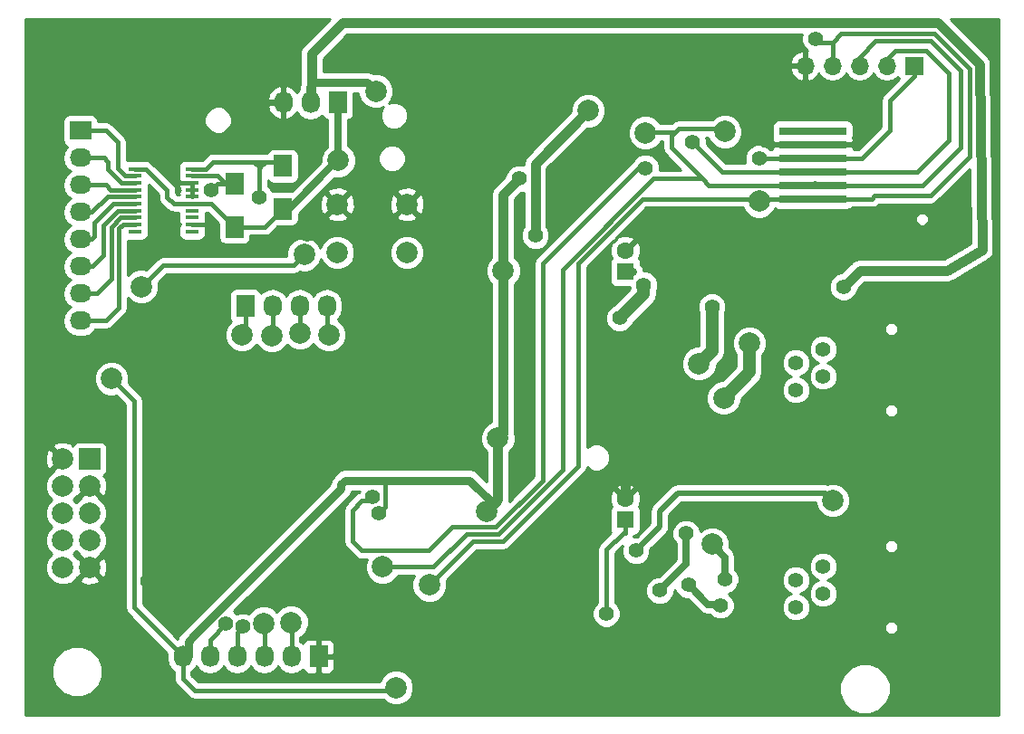
<source format=gbr>
G04 #@! TF.FileFunction,Copper,L2,Bot,Signal*
%FSLAX46Y46*%
G04 Gerber Fmt 4.6, Leading zero omitted, Abs format (unit mm)*
G04 Created by KiCad (PCBNEW 4.0.7) date 04/29/19 13:35:56*
%MOMM*%
%LPD*%
G01*
G04 APERTURE LIST*
%ADD10C,0.100000*%
%ADD11R,6.350000X0.760000*%
%ADD12R,2.032000X1.727200*%
%ADD13O,2.032000X1.727200*%
%ADD14R,1.727200X2.032000*%
%ADD15O,1.727200X2.032000*%
%ADD16R,1.998980X1.998980*%
%ADD17C,1.998980*%
%ADD18R,1.700000X2.000000*%
%ADD19R,1.270000X0.406400*%
%ADD20C,2.000000*%
%ADD21R,1.600000X1.600000*%
%ADD22C,1.600000*%
%ADD23C,1.390000*%
%ADD24R,1.700000X1.700000*%
%ADD25O,1.700000X1.700000*%
%ADD26C,1.400000*%
%ADD27C,0.400000*%
%ADD28C,0.900000*%
%ADD29C,0.800000*%
%ADD30C,0.700000*%
%ADD31C,1.200000*%
%ADD32C,0.500000*%
%ADD33C,0.254000*%
G04 APERTURE END LIST*
D10*
D11*
X170115000Y-69723000D03*
X170115000Y-70993000D03*
X170115000Y-72263000D03*
X170115000Y-73533000D03*
X170115000Y-74803000D03*
X170115000Y-76073000D03*
D12*
X101700000Y-69700000D03*
D13*
X101700000Y-72240000D03*
X101700000Y-74780000D03*
X101700000Y-77320000D03*
X101700000Y-79860000D03*
X101700000Y-82400000D03*
X101700000Y-84940000D03*
X101700000Y-87480000D03*
D14*
X117094000Y-86106000D03*
D15*
X119634000Y-86106000D03*
X122174000Y-86106000D03*
X124714000Y-86106000D03*
D14*
X123952000Y-118872000D03*
D15*
X121412000Y-118872000D03*
X118872000Y-118872000D03*
X116332000Y-118872000D03*
X113792000Y-118872000D03*
X111252000Y-118872000D03*
D14*
X125730000Y-67056000D03*
D15*
X123190000Y-67056000D03*
X120650000Y-67056000D03*
D16*
X102570000Y-100420000D03*
D17*
X100030000Y-100420000D03*
X102570000Y-102960000D03*
X100030000Y-102960000D03*
X102570000Y-105500000D03*
X100030000Y-105500000D03*
X102570000Y-108040000D03*
X100030000Y-108040000D03*
X102570000Y-110580000D03*
X100030000Y-110580000D03*
D18*
X120600000Y-77000000D03*
X120600000Y-73000000D03*
X116100000Y-78700000D03*
X116100000Y-74700000D03*
D19*
X112141000Y-73279000D03*
X112141000Y-73914000D03*
X112141000Y-74574400D03*
X112141000Y-75234800D03*
X112141000Y-75869800D03*
X112141000Y-76530200D03*
X112141000Y-77190600D03*
X112141000Y-77825600D03*
X112141000Y-78486000D03*
X112141000Y-79121000D03*
X106807000Y-79121000D03*
X106807000Y-78486000D03*
X106807000Y-77825600D03*
X106807000Y-77190600D03*
X106807000Y-76530200D03*
X106807000Y-75869800D03*
X106807000Y-75234800D03*
X106807000Y-74574400D03*
X106807000Y-73914000D03*
X106807000Y-73279000D03*
D20*
X132200000Y-81100000D03*
X132200000Y-76600000D03*
X125700000Y-81100000D03*
X125700000Y-76600000D03*
D21*
X152603000Y-106121000D03*
D22*
X152603000Y-104121000D03*
D21*
X152603000Y-82905600D03*
D22*
X152603000Y-80905600D03*
D23*
X171093000Y-90144600D03*
X168553000Y-91414600D03*
X171093000Y-92684600D03*
X168553000Y-93954600D03*
X171093000Y-110465000D03*
X168553000Y-111735000D03*
X171093000Y-113005000D03*
X168553000Y-114275000D03*
D24*
X179578000Y-63627000D03*
D25*
X177038000Y-63627000D03*
X174498000Y-63627000D03*
X171958000Y-63627000D03*
X169418000Y-63627000D03*
D26*
X108000000Y-111800000D03*
D20*
X131800000Y-118900000D03*
X164100000Y-98500000D03*
X122900000Y-79100000D03*
X164600000Y-70100000D03*
X148590000Y-105258000D03*
D26*
X141935000Y-117958000D03*
X148387000Y-122530000D03*
X116484000Y-98501200D03*
X116230000Y-103530000D03*
D20*
X117754000Y-67005200D03*
X119685000Y-63195200D03*
X138836000Y-93675200D03*
D26*
X136246000Y-86512400D03*
X138633000Y-77774800D03*
D20*
X134010000Y-67208400D03*
X122600000Y-81300000D03*
X107400000Y-84300000D03*
D26*
X173000000Y-84300000D03*
D20*
X129300000Y-66000000D03*
D26*
X150825000Y-114881000D03*
D20*
X116800000Y-88800000D03*
X119600000Y-88900000D03*
X122200000Y-88600000D03*
X124900000Y-88800000D03*
D26*
X158900000Y-70800000D03*
D20*
X134300000Y-112200000D03*
X165100000Y-76300000D03*
D26*
X170400000Y-61100000D03*
X129000000Y-104000000D03*
X154500000Y-73200000D03*
X165100000Y-72300000D03*
D20*
X154500000Y-69900000D03*
X161900000Y-69800000D03*
X129941400Y-110522700D03*
X121400000Y-115700000D03*
X118800000Y-115800000D03*
D26*
X116900000Y-116100000D03*
X115300000Y-115800000D03*
D20*
X104600000Y-92900000D03*
X131200000Y-121800000D03*
X140700000Y-98500000D03*
X141200000Y-82800000D03*
D26*
X142700000Y-74200000D03*
D20*
X139649000Y-105308000D03*
D26*
X129600000Y-105500000D03*
D20*
X125800000Y-72500000D03*
D26*
X118400000Y-75900000D03*
X113900000Y-75300000D03*
X152063000Y-87239900D03*
X154336000Y-84125900D03*
X160700000Y-86200000D03*
D20*
X159500000Y-91500000D03*
D26*
X158293000Y-107391000D03*
X155804000Y-112725000D03*
D20*
X149141100Y-67835000D03*
D26*
X144192000Y-79526500D03*
D20*
X164200000Y-89600000D03*
X161800000Y-94700000D03*
D26*
X161900000Y-111700000D03*
D20*
X160700000Y-108400000D03*
X172000000Y-104300000D03*
D26*
X153600000Y-109000000D03*
X161500000Y-114100000D03*
X158500000Y-112200000D03*
D27*
X116230000Y-103570000D02*
X116230000Y-103530000D01*
X108000000Y-111800000D02*
X116230000Y-103570000D01*
X131800000Y-118872000D02*
X131826000Y-118872000D01*
X131800000Y-118900000D02*
X131800000Y-118872000D01*
D28*
X152603000Y-102197000D02*
X152603000Y-104121000D01*
X154600000Y-100200000D02*
X152603000Y-102197000D01*
X162400000Y-100200000D02*
X154600000Y-100200000D01*
X164100000Y-98500000D02*
X162400000Y-100200000D01*
D27*
X112141000Y-78486000D02*
X113586000Y-78486000D01*
X121300000Y-79100000D02*
X122900000Y-79100000D01*
X119400000Y-81000000D02*
X121300000Y-79100000D01*
X114800000Y-81000000D02*
X119400000Y-81000000D01*
X114000000Y-80200000D02*
X114800000Y-81000000D01*
X114000000Y-78900000D02*
X114000000Y-80200000D01*
X113586000Y-78486000D02*
X114000000Y-78900000D01*
X165493000Y-70993000D02*
X170115000Y-70993000D01*
X164600000Y-70100000D02*
X165493000Y-70993000D01*
X116484000Y-98501200D02*
X116230000Y-98755200D01*
X116230000Y-98755200D02*
X116230000Y-103530000D01*
X119685000Y-63195200D02*
X117754000Y-65125600D01*
X117754000Y-65125600D02*
X117754000Y-67005200D01*
X174707000Y-70993000D02*
X170115000Y-70993000D01*
X169418000Y-63627000D02*
X169418000Y-66618000D01*
X169418000Y-66618000D02*
X170700000Y-67900000D01*
X170700000Y-67900000D02*
X173800000Y-67900000D01*
X173800000Y-67900000D02*
X175100000Y-69200000D01*
X175100000Y-69200000D02*
X175100000Y-70600000D01*
X175100000Y-70600000D02*
X174707000Y-70993000D01*
X131826000Y-118872000D02*
X123952000Y-118872000D01*
X120599000Y-67005200D02*
X120650000Y-67056000D01*
X117754000Y-67005200D02*
X120599000Y-67005200D01*
X112141000Y-75234800D02*
X112141000Y-75869800D01*
X112141000Y-74574400D02*
X112141000Y-75234800D01*
X111074000Y-74574400D02*
X112141000Y-74574400D01*
X110700000Y-74200000D02*
X111074000Y-74574400D01*
X110700000Y-73700000D02*
X110700000Y-74200000D01*
X110300000Y-73300000D02*
X110700000Y-73700000D01*
X110300000Y-69000000D02*
X110300000Y-73300000D01*
X112295000Y-67005200D02*
X110300000Y-69000000D01*
X117754000Y-67005200D02*
X112295000Y-67005200D01*
X141935000Y-111912000D02*
X141935000Y-117958000D01*
X148590000Y-105258000D02*
X141935000Y-111912000D01*
X136550000Y-123596000D02*
X131826000Y-118872000D01*
X147320000Y-123596000D02*
X136550000Y-123596000D01*
X148387000Y-122530000D02*
X147320000Y-123596000D01*
X146507000Y-122530000D02*
X148387000Y-122530000D01*
X141935000Y-117958000D02*
X146507000Y-122530000D01*
X121310000Y-93675200D02*
X116484000Y-98501200D01*
X138836000Y-93675200D02*
X121310000Y-93675200D01*
X136246000Y-91084400D02*
X136246000Y-86512400D01*
X138836000Y-93675200D02*
X136246000Y-91084400D01*
X135788000Y-80619600D02*
X138633000Y-77774800D01*
X135788000Y-86055200D02*
X135788000Y-80619600D01*
X136246000Y-86512400D02*
X135788000Y-86055200D01*
X135026000Y-68224400D02*
X134010000Y-67208400D01*
X136754000Y-68224400D02*
X135026000Y-68224400D01*
X138735000Y-70205600D02*
X136754000Y-68224400D01*
X138735000Y-77673200D02*
X138735000Y-70205600D01*
X138633000Y-77774800D02*
X138735000Y-77673200D01*
X120650000Y-66548000D02*
X120650000Y-67056000D01*
X121600000Y-82300000D02*
X122600000Y-81300000D01*
X109400000Y-82300000D02*
X121600000Y-82300000D01*
X107400000Y-84300000D02*
X109400000Y-82300000D01*
X125730000Y-81081000D02*
X125681000Y-81081000D01*
X125681000Y-81081000D02*
X125700000Y-81100000D01*
X125681000Y-81081000D02*
X125210000Y-81081000D01*
D28*
X174500000Y-82800000D02*
X173000000Y-84300000D01*
X182700000Y-82800000D02*
X174500000Y-82800000D01*
X185935000Y-80858800D02*
X182700000Y-82800000D01*
X185684000Y-63500500D02*
X185935000Y-80858800D01*
X181800000Y-59600000D02*
X185684000Y-63500500D01*
X126200000Y-59600000D02*
X181800000Y-59600000D01*
X123292000Y-62508400D02*
X126200000Y-59600000D01*
X123292000Y-65200000D02*
X123292000Y-62508400D01*
D29*
X128500000Y-65200000D02*
X123292000Y-65200000D01*
X129300000Y-66000000D02*
X128500000Y-65200000D01*
X152603000Y-82905600D02*
X153314000Y-82905600D01*
D28*
X123241000Y-65633600D02*
X123241000Y-67005200D01*
D27*
X123241000Y-67005200D02*
X123190000Y-67056000D01*
X150825000Y-108902000D02*
X150825000Y-114881000D01*
X152406000Y-107321000D02*
X150825000Y-108902000D01*
X152603000Y-107321000D02*
X152406000Y-107321000D01*
X152603000Y-106121000D02*
X152603000Y-107321000D01*
D29*
X123292000Y-66954400D02*
X123241000Y-67005200D01*
X123292000Y-65200000D02*
X123292000Y-66954400D01*
X123241000Y-67005200D02*
X123190000Y-67056000D01*
D27*
X104100000Y-69700000D02*
X101700000Y-69700000D01*
X105200000Y-70800000D02*
X104100000Y-69700000D01*
X105200000Y-73200000D02*
X105200000Y-70800000D01*
X105914000Y-73914000D02*
X105200000Y-73200000D01*
X106807000Y-73914000D02*
X105914000Y-73914000D01*
X103940000Y-72240000D02*
X101700000Y-72240000D01*
X104300000Y-72600000D02*
X103940000Y-72240000D01*
X104300000Y-73300000D02*
X104300000Y-72600000D01*
X105574000Y-74574400D02*
X104300000Y-73300000D01*
X106807000Y-74574400D02*
X105574000Y-74574400D01*
X104080000Y-74780000D02*
X101700000Y-74780000D01*
X104535000Y-75234800D02*
X104080000Y-74780000D01*
X106807000Y-75234800D02*
X104535000Y-75234800D01*
X102780000Y-77320000D02*
X101700000Y-77320000D01*
X104230000Y-75869800D02*
X102780000Y-77320000D01*
X106807000Y-75869800D02*
X104230000Y-75869800D01*
X102740000Y-79860000D02*
X102540000Y-79860000D01*
X103000000Y-79600000D02*
X102740000Y-79860000D01*
X103000000Y-78300000D02*
X103000000Y-79600000D01*
X104770000Y-76530200D02*
X103000000Y-78300000D01*
X106807000Y-76530200D02*
X104770000Y-76530200D01*
X102540000Y-79860000D02*
X101700000Y-79860000D01*
X102540000Y-79860000D02*
X101700000Y-79860000D01*
X102800000Y-82400000D02*
X101700000Y-82400000D01*
X103800000Y-81400000D02*
X102800000Y-82400000D01*
X103800000Y-78600000D02*
X103800000Y-81400000D01*
X105209000Y-77190600D02*
X103800000Y-78600000D01*
X106807000Y-77190600D02*
X105209000Y-77190600D01*
X103260000Y-84940000D02*
X101700000Y-84940000D01*
X104600000Y-83600000D02*
X103260000Y-84940000D01*
X104600000Y-78700000D02*
X104600000Y-83600000D01*
X105474000Y-77825600D02*
X104600000Y-78700000D01*
X106807000Y-77825600D02*
X105474000Y-77825600D01*
X104120000Y-87480000D02*
X101700000Y-87480000D01*
X105300000Y-86300000D02*
X104120000Y-87480000D01*
X105300000Y-78848500D02*
X105300000Y-86300000D01*
X105663000Y-78486000D02*
X105300000Y-78848500D01*
X106807000Y-78486000D02*
X105663000Y-78486000D01*
X117094000Y-88506000D02*
X117094000Y-86106000D01*
X116800000Y-88800000D02*
X117094000Y-88506000D01*
X119634000Y-88866000D02*
X119634000Y-86106000D01*
X119600000Y-88900000D02*
X119634000Y-88866000D01*
X122174000Y-88574000D02*
X122174000Y-86106000D01*
X122200000Y-88600000D02*
X122174000Y-88574000D01*
X124714000Y-88614000D02*
X124714000Y-86106000D01*
X124900000Y-88800000D02*
X124714000Y-88614000D01*
X177038000Y-62962000D02*
X177038000Y-63627000D01*
X177800000Y-62200000D02*
X177038000Y-62962000D01*
X180700000Y-62200000D02*
X177800000Y-62200000D01*
X182800000Y-64300000D02*
X180700000Y-62200000D01*
X182800000Y-70600000D02*
X182800000Y-64300000D01*
X179867000Y-73533000D02*
X182800000Y-70600000D01*
X170115000Y-73533000D02*
X179867000Y-73533000D01*
X161633000Y-73533000D02*
X158900000Y-70800000D01*
X170115000Y-73533000D02*
X161633000Y-73533000D01*
X154227000Y-76073000D02*
X165327000Y-76073000D01*
X148200000Y-82100000D02*
X154227000Y-76073000D01*
X148200000Y-101100000D02*
X148200000Y-82100000D01*
X141200000Y-108100000D02*
X148200000Y-101100000D01*
X138400000Y-108100000D02*
X141200000Y-108100000D01*
X134300000Y-112200000D02*
X138400000Y-108100000D01*
X165327000Y-76073000D02*
X170115000Y-76073000D01*
X165100000Y-76300000D02*
X165327000Y-76073000D01*
X170742000Y-61442000D02*
X170400000Y-61100000D01*
X171958000Y-61442000D02*
X170742000Y-61442000D01*
X171958000Y-63627000D02*
X171958000Y-61442000D01*
X175627000Y-76073000D02*
X170115000Y-76073000D01*
X175900000Y-75800000D02*
X175627000Y-76073000D01*
X181100000Y-75800000D02*
X175900000Y-75800000D01*
X184800000Y-72100000D02*
X181100000Y-75800000D01*
X184800000Y-63900000D02*
X184800000Y-72100000D01*
X181500000Y-60600000D02*
X184800000Y-63900000D01*
X172800000Y-60600000D02*
X181500000Y-60600000D01*
X171958000Y-61442000D02*
X172800000Y-60600000D01*
X165327000Y-76073000D02*
X170115000Y-76073000D01*
X153800000Y-73200000D02*
X154500000Y-73200000D01*
X144900000Y-82100000D02*
X153800000Y-73200000D01*
X144900000Y-102400000D02*
X144900000Y-82100000D01*
X140500000Y-106800000D02*
X144900000Y-102400000D01*
X136400000Y-106800000D02*
X140500000Y-106800000D01*
X134200000Y-109000000D02*
X136400000Y-106800000D01*
X128000000Y-109000000D02*
X134200000Y-109000000D01*
X127100000Y-108100000D02*
X128000000Y-109000000D01*
X127100000Y-105200000D02*
X127100000Y-108100000D01*
X128000000Y-104300000D02*
X127100000Y-105200000D01*
X128700000Y-104300000D02*
X128000000Y-104300000D01*
X129000000Y-104000000D02*
X128700000Y-104300000D01*
X165137000Y-72263000D02*
X165100000Y-72300000D01*
X170115000Y-72263000D02*
X165137000Y-72263000D01*
X179578000Y-64622000D02*
X179578000Y-63627000D01*
X177300000Y-66900000D02*
X179578000Y-64622000D01*
X177300000Y-69700000D02*
X177300000Y-66900000D01*
X174737000Y-72263000D02*
X177300000Y-69700000D01*
X170115000Y-72263000D02*
X174737000Y-72263000D01*
X154550000Y-69850000D02*
X157250000Y-69850000D01*
X154500000Y-69900000D02*
X154550000Y-69850000D01*
X170318000Y-74600000D02*
X170115000Y-74803000D01*
X180397000Y-74803000D02*
X170115000Y-74803000D01*
X183900000Y-71300000D02*
X180397000Y-74803000D01*
X183900000Y-64100000D02*
X183900000Y-71300000D01*
X181100000Y-61300000D02*
X183900000Y-64100000D01*
X176000000Y-61300000D02*
X181100000Y-61300000D01*
X174498000Y-62802000D02*
X176000000Y-61300000D01*
X174498000Y-63627000D02*
X174498000Y-62802000D01*
X161600000Y-69500000D02*
X161900000Y-69800000D01*
X157600000Y-69500000D02*
X161600000Y-69500000D01*
X157250000Y-69850000D02*
X157600000Y-69500000D01*
X160403000Y-74803000D02*
X159800800Y-74200800D01*
X170115000Y-74803000D02*
X160403000Y-74803000D01*
X156900000Y-70200000D02*
X157250000Y-69850000D01*
X156900000Y-71300000D02*
X156900000Y-70200000D01*
X159800800Y-74200800D02*
X156900000Y-71300000D01*
X134627600Y-110522700D02*
X129941400Y-110522700D01*
X137749900Y-107400400D02*
X134627600Y-110522700D01*
X140753600Y-107400400D02*
X137749900Y-107400400D01*
X146762400Y-101391600D02*
X140753600Y-107400400D01*
X146762400Y-82688500D02*
X146762400Y-101391600D01*
X155250100Y-74200800D02*
X146762400Y-82688500D01*
X159800800Y-74200800D02*
X155250100Y-74200800D01*
X121412000Y-115712000D02*
X121412000Y-118872000D01*
X121400000Y-115700000D02*
X121412000Y-115712000D01*
X118872000Y-115872000D02*
X118872000Y-118872000D01*
X118800000Y-115800000D02*
X118872000Y-115872000D01*
X116332000Y-116668000D02*
X116332000Y-118872000D01*
X116900000Y-116100000D02*
X116332000Y-116668000D01*
X113792000Y-117308000D02*
X113792000Y-118872000D01*
X115300000Y-115800000D02*
X113792000Y-117308000D01*
X106700000Y-114320000D02*
X111252000Y-118872000D01*
X106700000Y-95000000D02*
X106700000Y-114320000D01*
X104600000Y-92900000D02*
X106700000Y-95000000D01*
X111252000Y-120952000D02*
X111252000Y-118872000D01*
X112400000Y-122100000D02*
X111252000Y-120952000D01*
X130900000Y-122100000D02*
X112400000Y-122100000D01*
X131200000Y-121800000D02*
X130900000Y-122100000D01*
X141200000Y-98000000D02*
X140700000Y-98500000D01*
D28*
X141200000Y-82800000D02*
X141200000Y-98000000D01*
X141200000Y-75700000D02*
X141200000Y-82800000D01*
X142700000Y-74200000D02*
X141200000Y-75700000D01*
D27*
X130200000Y-104900000D02*
X130200000Y-102413000D01*
X129600000Y-105500000D02*
X130200000Y-104900000D01*
X111252000Y-118872000D02*
X111764000Y-118872000D01*
D28*
X140700000Y-104257000D02*
X140299000Y-104658000D01*
X140700000Y-98500000D02*
X140700000Y-104257000D01*
D27*
X140299000Y-104658000D02*
X139649000Y-105308000D01*
D29*
X138054000Y-102413000D02*
X140299000Y-104658000D01*
X130200000Y-102413000D02*
X138054000Y-102413000D01*
D28*
X140299000Y-104658000D02*
X139649000Y-105308000D01*
D29*
X111764000Y-117482000D02*
X111764000Y-118872000D01*
X112296100Y-116949900D02*
X111764000Y-117482000D01*
X126044000Y-103203000D02*
X112296100Y-116949900D01*
X126044000Y-102810000D02*
X126044000Y-103203000D01*
X126441000Y-102413000D02*
X126044000Y-102810000D01*
X130200000Y-102413000D02*
X126441000Y-102413000D01*
D27*
X125700000Y-72500000D02*
X125730000Y-72470000D01*
X125800000Y-72500000D02*
X125700000Y-72500000D01*
X110430000Y-76530200D02*
X112141000Y-76530200D01*
X109800000Y-75900000D02*
X110430000Y-76530200D01*
X109800000Y-75300000D02*
X109800000Y-75900000D01*
X107779000Y-73279000D02*
X109800000Y-75300000D01*
X106807000Y-73279000D02*
X107779000Y-73279000D01*
X113930000Y-76530200D02*
X116100000Y-78700000D01*
X112141000Y-76530200D02*
X113930000Y-76530200D01*
X118900000Y-78700000D02*
X120600000Y-77000000D01*
X116100000Y-78700000D02*
X118900000Y-78700000D01*
D30*
X121200000Y-77000000D02*
X125700000Y-72500000D01*
D27*
X120600000Y-77000000D02*
X121200000Y-77000000D01*
X125700000Y-72500000D02*
X125730000Y-72470000D01*
D30*
X125730000Y-72470000D02*
X125730000Y-67056000D01*
D27*
X118500000Y-73100000D02*
X118400000Y-73100000D01*
X114100000Y-72600000D02*
X117900000Y-72600000D01*
X113421000Y-73279000D02*
X114100000Y-72600000D01*
X112141000Y-73279000D02*
X113421000Y-73279000D01*
X117900000Y-72600000D02*
X118400000Y-72600000D01*
X118400000Y-72600000D02*
X119000000Y-72600000D01*
X120200000Y-72600000D02*
X120600000Y-73000000D01*
X119000000Y-72600000D02*
X120200000Y-72600000D01*
X118400000Y-75900000D02*
X118400000Y-73200000D01*
X118400000Y-73200000D02*
X118400000Y-73100000D01*
X118400000Y-73100000D02*
X118400000Y-72600000D01*
X117900000Y-72600000D02*
X118400000Y-73100000D01*
X118400000Y-73100000D02*
X118450000Y-73150000D01*
X118450000Y-73150000D02*
X118400000Y-73200000D01*
X118400000Y-73200000D02*
X118450000Y-73150000D01*
X118450000Y-73150000D02*
X118500000Y-73100000D01*
X118450000Y-73150000D02*
X118400000Y-73200000D01*
X119000000Y-72600000D02*
X118500000Y-73100000D01*
X118500000Y-73100000D02*
X118450000Y-73150000D01*
X114500000Y-74700000D02*
X116100000Y-74700000D01*
X113900000Y-75300000D02*
X114500000Y-74700000D01*
X114514000Y-73914000D02*
X112141000Y-73914000D01*
X115300000Y-74700000D02*
X114514000Y-73914000D01*
X116100000Y-74700000D02*
X115300000Y-74700000D01*
D31*
X154336000Y-84967000D02*
X154336000Y-84125900D01*
X152063000Y-87239900D02*
X154336000Y-84967000D01*
X160700000Y-90300000D02*
X160700000Y-86200000D01*
X159500000Y-91500000D02*
X160700000Y-90300000D01*
D30*
X158293000Y-110236000D02*
X158293000Y-107391000D01*
X155804000Y-112725000D02*
X158293000Y-110236000D01*
D28*
X144192000Y-72784100D02*
X144192000Y-79526500D01*
X149141100Y-67835000D02*
X144192000Y-72784100D01*
D31*
X164200000Y-92300000D02*
X164200000Y-89600000D01*
X161800000Y-94700000D02*
X164200000Y-92300000D01*
D30*
X161900000Y-109600000D02*
X161900000Y-111700000D01*
X160700000Y-108400000D02*
X161900000Y-109600000D01*
D27*
X171300000Y-103600000D02*
X172000000Y-104300000D01*
D32*
X157500000Y-103600000D02*
X171300000Y-103600000D01*
X155800000Y-105300000D02*
X157500000Y-103600000D01*
X155800000Y-106800000D02*
X155800000Y-105300000D01*
X153600000Y-109000000D02*
X155800000Y-106800000D01*
D27*
X161400000Y-114000000D02*
X161500000Y-114100000D01*
D30*
X160300000Y-114000000D02*
X161400000Y-114000000D01*
X158500000Y-112200000D02*
X160300000Y-114000000D01*
D33*
G36*
X122524736Y-61741242D02*
X122407767Y-61916325D01*
X122289591Y-62093188D01*
X122289583Y-62093226D01*
X122289562Y-62093258D01*
X122248064Y-62301958D01*
X122207000Y-62508400D01*
X122207000Y-65200000D01*
X122224624Y-65288603D01*
X122156000Y-65633600D01*
X122156000Y-65794433D01*
X122130330Y-65811585D01*
X121923539Y-66121069D01*
X121552036Y-65705268D01*
X121024791Y-65451291D01*
X121009026Y-65448642D01*
X120777000Y-65569783D01*
X120777000Y-66929000D01*
X120797000Y-66929000D01*
X120797000Y-67183000D01*
X120777000Y-67183000D01*
X120777000Y-68542217D01*
X121009026Y-68663358D01*
X121024791Y-68660709D01*
X121552036Y-68406732D01*
X121923539Y-67990931D01*
X122130330Y-68300415D01*
X122616511Y-68625271D01*
X123190000Y-68739345D01*
X123763489Y-68625271D01*
X124249670Y-68300415D01*
X124259243Y-68286087D01*
X124263238Y-68307317D01*
X124402310Y-68523441D01*
X124614510Y-68668431D01*
X124745000Y-68694856D01*
X124745000Y-71242936D01*
X124414722Y-71572637D01*
X124165284Y-72173352D01*
X124164875Y-72642125D01*
X121453692Y-75353308D01*
X121450000Y-75352560D01*
X119750000Y-75352560D01*
X119627777Y-75375558D01*
X119532418Y-75144771D01*
X119235000Y-74846834D01*
X119235000Y-74372325D01*
X119285910Y-74451441D01*
X119498110Y-74596431D01*
X119750000Y-74647440D01*
X121450000Y-74647440D01*
X121685317Y-74603162D01*
X121901441Y-74464090D01*
X122046431Y-74251890D01*
X122097440Y-74000000D01*
X122097440Y-72000000D01*
X122053162Y-71764683D01*
X121914090Y-71548559D01*
X121701890Y-71403569D01*
X121450000Y-71352560D01*
X119750000Y-71352560D01*
X119514683Y-71396838D01*
X119298559Y-71535910D01*
X119153569Y-71748110D01*
X119150149Y-71765000D01*
X114100000Y-71765000D01*
X113780459Y-71828561D01*
X113608502Y-71943459D01*
X113509566Y-72009566D01*
X113075132Y-72444000D01*
X112853233Y-72444000D01*
X112776000Y-72428360D01*
X111506000Y-72428360D01*
X111270683Y-72472638D01*
X111054559Y-72611710D01*
X110909569Y-72823910D01*
X110858560Y-73075800D01*
X110858560Y-73482200D01*
X110880857Y-73600696D01*
X110858560Y-73710800D01*
X110858560Y-74117200D01*
X110878967Y-74225656D01*
X110871000Y-74244891D01*
X110871000Y-74314050D01*
X110901302Y-74344352D01*
X110902838Y-74352517D01*
X111041910Y-74568641D01*
X111059152Y-74580422D01*
X110967673Y-74671902D01*
X110920880Y-74784870D01*
X110871000Y-74834750D01*
X110871000Y-74903909D01*
X110871286Y-74904600D01*
X110871000Y-74905291D01*
X110871000Y-74974450D01*
X110920880Y-75024330D01*
X110967673Y-75137298D01*
X111052475Y-75222100D01*
X110967673Y-75306902D01*
X110902920Y-75463230D01*
X110871000Y-75495150D01*
X110871000Y-75609450D01*
X110902920Y-75641370D01*
X110925217Y-75695200D01*
X110775946Y-75695200D01*
X110635000Y-75554210D01*
X110635000Y-75300000D01*
X110630896Y-75279366D01*
X110571440Y-74980460D01*
X110390434Y-74709566D01*
X108369434Y-72688566D01*
X108098541Y-72507561D01*
X107779000Y-72444000D01*
X107519233Y-72444000D01*
X107442000Y-72428360D01*
X106172000Y-72428360D01*
X106035000Y-72454138D01*
X106035000Y-70800000D01*
X105971439Y-70480459D01*
X105790434Y-70209566D01*
X104690434Y-69109566D01*
X104644030Y-69078560D01*
X104468880Y-68961528D01*
X113268538Y-68961528D01*
X113463792Y-69434079D01*
X113825020Y-69795938D01*
X114297228Y-69992016D01*
X114808528Y-69992462D01*
X115281079Y-69797208D01*
X115642938Y-69435980D01*
X115839016Y-68963772D01*
X115839462Y-68452472D01*
X115644208Y-67979921D01*
X115282980Y-67618062D01*
X114810772Y-67421984D01*
X114299472Y-67421538D01*
X113826921Y-67616792D01*
X113465062Y-67978020D01*
X113268984Y-68450228D01*
X113268538Y-68961528D01*
X104468880Y-68961528D01*
X104419541Y-68928561D01*
X104100000Y-68865000D01*
X103363440Y-68865000D01*
X103363440Y-68836400D01*
X103319162Y-68601083D01*
X103180090Y-68384959D01*
X102967890Y-68239969D01*
X102716000Y-68188960D01*
X100684000Y-68188960D01*
X100448683Y-68233238D01*
X100232559Y-68372310D01*
X100087569Y-68584510D01*
X100036560Y-68836400D01*
X100036560Y-70563600D01*
X100080838Y-70798917D01*
X100219910Y-71015041D01*
X100432110Y-71160031D01*
X100473439Y-71168400D01*
X100455585Y-71180330D01*
X100130729Y-71666511D01*
X100016655Y-72240000D01*
X100130729Y-72813489D01*
X100455585Y-73299670D01*
X100770366Y-73510000D01*
X100455585Y-73720330D01*
X100130729Y-74206511D01*
X100016655Y-74780000D01*
X100130729Y-75353489D01*
X100455585Y-75839670D01*
X100770366Y-76050000D01*
X100455585Y-76260330D01*
X100130729Y-76746511D01*
X100016655Y-77320000D01*
X100130729Y-77893489D01*
X100455585Y-78379670D01*
X100770366Y-78590000D01*
X100455585Y-78800330D01*
X100130729Y-79286511D01*
X100016655Y-79860000D01*
X100130729Y-80433489D01*
X100455585Y-80919670D01*
X100770366Y-81130000D01*
X100455585Y-81340330D01*
X100130729Y-81826511D01*
X100016655Y-82400000D01*
X100130729Y-82973489D01*
X100455585Y-83459670D01*
X100770366Y-83670000D01*
X100455585Y-83880330D01*
X100130729Y-84366511D01*
X100016655Y-84940000D01*
X100130729Y-85513489D01*
X100455585Y-85999670D01*
X100770366Y-86210000D01*
X100455585Y-86420330D01*
X100130729Y-86906511D01*
X100016655Y-87480000D01*
X100130729Y-88053489D01*
X100455585Y-88539670D01*
X100941766Y-88864526D01*
X101515255Y-88978600D01*
X101884745Y-88978600D01*
X102458234Y-88864526D01*
X102944415Y-88539670D01*
X103094535Y-88315000D01*
X104120000Y-88315000D01*
X104439541Y-88251439D01*
X104710434Y-88070434D01*
X105890434Y-86890434D01*
X105907940Y-86864234D01*
X106071439Y-86619541D01*
X106135000Y-86300000D01*
X106135000Y-85347050D01*
X106472637Y-85685278D01*
X107073352Y-85934716D01*
X107723795Y-85935284D01*
X108324943Y-85686894D01*
X108785278Y-85227363D01*
X109034716Y-84626648D01*
X109035284Y-83976205D01*
X108997093Y-83883775D01*
X109745868Y-83135000D01*
X121600000Y-83135000D01*
X121919541Y-83071439D01*
X122181341Y-82896510D01*
X122273352Y-82934716D01*
X122923795Y-82935284D01*
X123524943Y-82686894D01*
X123985278Y-82227363D01*
X124191518Y-81730680D01*
X124313106Y-82024943D01*
X124772637Y-82485278D01*
X125373352Y-82734716D01*
X126023795Y-82735284D01*
X126624943Y-82486894D01*
X127085278Y-82027363D01*
X127334716Y-81426648D01*
X127334718Y-81423795D01*
X130564716Y-81423795D01*
X130813106Y-82024943D01*
X131272637Y-82485278D01*
X131873352Y-82734716D01*
X132523795Y-82735284D01*
X133124943Y-82486894D01*
X133585278Y-82027363D01*
X133834716Y-81426648D01*
X133835284Y-80776205D01*
X133586894Y-80175057D01*
X133127363Y-79714722D01*
X132526648Y-79465284D01*
X131876205Y-79464716D01*
X131275057Y-79713106D01*
X130814722Y-80172637D01*
X130565284Y-80773352D01*
X130564716Y-81423795D01*
X127334718Y-81423795D01*
X127335284Y-80776205D01*
X127086894Y-80175057D01*
X126627363Y-79714722D01*
X126026648Y-79465284D01*
X125376205Y-79464716D01*
X124775057Y-79713106D01*
X124314722Y-80172637D01*
X124108482Y-80669320D01*
X123986894Y-80375057D01*
X123527363Y-79914722D01*
X122926648Y-79665284D01*
X122276205Y-79664716D01*
X121675057Y-79913106D01*
X121214722Y-80372637D01*
X120965284Y-80973352D01*
X120964855Y-81465000D01*
X109400000Y-81465000D01*
X109080459Y-81528561D01*
X108884338Y-81659605D01*
X108809566Y-81709566D01*
X107816527Y-82702605D01*
X107726648Y-82665284D01*
X107076205Y-82664716D01*
X106475057Y-82913106D01*
X106135000Y-83252569D01*
X106135000Y-79964147D01*
X106172000Y-79971640D01*
X107442000Y-79971640D01*
X107677317Y-79927362D01*
X107893441Y-79788290D01*
X108038431Y-79576090D01*
X108089440Y-79324200D01*
X108089440Y-78917800D01*
X108067143Y-78799304D01*
X108089440Y-78689200D01*
X108089440Y-78282800D01*
X108064666Y-78151138D01*
X108089440Y-78028800D01*
X108089440Y-77622400D01*
X108067143Y-77503904D01*
X108089440Y-77393800D01*
X108089440Y-76987400D01*
X108064666Y-76855738D01*
X108089440Y-76733400D01*
X108089440Y-76327000D01*
X108064666Y-76195338D01*
X108089440Y-76073000D01*
X108089440Y-75666600D01*
X108067143Y-75548104D01*
X108089440Y-75438000D01*
X108089440Y-75031600D01*
X108064666Y-74899938D01*
X108089440Y-74777600D01*
X108089440Y-74770308D01*
X108965000Y-75645868D01*
X108965000Y-75900000D01*
X108996270Y-76057204D01*
X109028510Y-76219418D01*
X109028548Y-76219475D01*
X109028561Y-76219541D01*
X109118984Y-76354868D01*
X109209472Y-76490340D01*
X109839472Y-77120540D01*
X109839528Y-77120578D01*
X109839566Y-77120634D01*
X109974199Y-77210593D01*
X110110337Y-77301589D01*
X110110404Y-77301602D01*
X110110459Y-77301639D01*
X110267889Y-77332954D01*
X110429867Y-77365200D01*
X110429934Y-77365187D01*
X110430000Y-77365200D01*
X110858560Y-77365200D01*
X110858560Y-77393800D01*
X110880857Y-77512296D01*
X110858560Y-77622400D01*
X110858560Y-78028800D01*
X110878967Y-78137256D01*
X110871000Y-78156491D01*
X110871000Y-78225650D01*
X110901302Y-78255952D01*
X110902838Y-78264117D01*
X111039253Y-78476111D01*
X110909569Y-78665910D01*
X110898937Y-78718413D01*
X110871000Y-78746350D01*
X110871000Y-78815509D01*
X110876557Y-78828926D01*
X110858560Y-78917800D01*
X110858560Y-79324200D01*
X110902838Y-79559517D01*
X111041910Y-79775641D01*
X111254110Y-79920631D01*
X111506000Y-79971640D01*
X112776000Y-79971640D01*
X113011317Y-79927362D01*
X113227441Y-79788290D01*
X113372431Y-79576090D01*
X113423440Y-79324200D01*
X113423440Y-78917800D01*
X113406319Y-78826810D01*
X113411000Y-78815509D01*
X113411000Y-78746350D01*
X113386586Y-78721936D01*
X113379162Y-78682483D01*
X113242747Y-78470489D01*
X113372431Y-78280690D01*
X113376613Y-78260037D01*
X113411000Y-78225650D01*
X113411000Y-78156491D01*
X113401988Y-78134734D01*
X113423440Y-78028800D01*
X113423440Y-77622400D01*
X113401143Y-77503904D01*
X113423440Y-77393800D01*
X113423440Y-77365200D01*
X113584155Y-77365200D01*
X114602560Y-78383512D01*
X114602560Y-79700000D01*
X114646838Y-79935317D01*
X114785910Y-80151441D01*
X114998110Y-80296431D01*
X115250000Y-80347440D01*
X116950000Y-80347440D01*
X117185317Y-80303162D01*
X117401441Y-80164090D01*
X117546431Y-79951890D01*
X117597440Y-79700000D01*
X117597440Y-79535000D01*
X118900000Y-79535000D01*
X119219541Y-79471439D01*
X119490434Y-79290434D01*
X120133428Y-78647440D01*
X121450000Y-78647440D01*
X121685317Y-78603162D01*
X121901441Y-78464090D01*
X122046431Y-78251890D01*
X122097440Y-78000000D01*
X122097440Y-77752532D01*
X124727073Y-77752532D01*
X124825736Y-78019387D01*
X125435461Y-78245908D01*
X126085460Y-78221856D01*
X126574264Y-78019387D01*
X126672927Y-77752532D01*
X131227073Y-77752532D01*
X131325736Y-78019387D01*
X131935461Y-78245908D01*
X132585460Y-78221856D01*
X133074264Y-78019387D01*
X133172927Y-77752532D01*
X132200000Y-76779605D01*
X131227073Y-77752532D01*
X126672927Y-77752532D01*
X125700000Y-76779605D01*
X124727073Y-77752532D01*
X122097440Y-77752532D01*
X122097440Y-77495560D01*
X123257539Y-76335461D01*
X124054092Y-76335461D01*
X124078144Y-76985460D01*
X124280613Y-77474264D01*
X124547468Y-77572927D01*
X125520395Y-76600000D01*
X125879605Y-76600000D01*
X126852532Y-77572927D01*
X127119387Y-77474264D01*
X127345908Y-76864539D01*
X127326331Y-76335461D01*
X130554092Y-76335461D01*
X130578144Y-76985460D01*
X130780613Y-77474264D01*
X131047468Y-77572927D01*
X132020395Y-76600000D01*
X132379605Y-76600000D01*
X133352532Y-77572927D01*
X133619387Y-77474264D01*
X133845908Y-76864539D01*
X133821856Y-76214540D01*
X133619387Y-75725736D01*
X133352532Y-75627073D01*
X132379605Y-76600000D01*
X132020395Y-76600000D01*
X131047468Y-75627073D01*
X130780613Y-75725736D01*
X130554092Y-76335461D01*
X127326331Y-76335461D01*
X127321856Y-76214540D01*
X127119387Y-75725736D01*
X126852532Y-75627073D01*
X125879605Y-76600000D01*
X125520395Y-76600000D01*
X124547468Y-75627073D01*
X124280613Y-75725736D01*
X124054092Y-76335461D01*
X123257539Y-76335461D01*
X124145532Y-75447468D01*
X124727073Y-75447468D01*
X125700000Y-76420395D01*
X126672927Y-75447468D01*
X131227073Y-75447468D01*
X132200000Y-76420395D01*
X133172927Y-75447468D01*
X133074264Y-75180613D01*
X132464539Y-74954092D01*
X131814540Y-74978144D01*
X131325736Y-75180613D01*
X131227073Y-75447468D01*
X126672927Y-75447468D01*
X126574264Y-75180613D01*
X125964539Y-74954092D01*
X125314540Y-74978144D01*
X124825736Y-75180613D01*
X124727073Y-75447468D01*
X124145532Y-75447468D01*
X125462705Y-74130295D01*
X125473352Y-74134716D01*
X126123795Y-74135284D01*
X126724943Y-73886894D01*
X127185278Y-73427363D01*
X127434716Y-72826648D01*
X127434953Y-72554528D01*
X129514538Y-72554528D01*
X129709792Y-73027079D01*
X130071020Y-73388938D01*
X130543228Y-73585016D01*
X131054528Y-73585462D01*
X131527079Y-73390208D01*
X131888938Y-73028980D01*
X132085016Y-72556772D01*
X132085462Y-72045472D01*
X131890208Y-71572921D01*
X131528980Y-71211062D01*
X131056772Y-71014984D01*
X130545472Y-71014538D01*
X130072921Y-71209792D01*
X129711062Y-71571020D01*
X129514984Y-72043228D01*
X129514538Y-72554528D01*
X127434953Y-72554528D01*
X127435284Y-72176205D01*
X127186894Y-71575057D01*
X126727363Y-71114722D01*
X126715000Y-71109588D01*
X126715000Y-68696597D01*
X126828917Y-68675162D01*
X127045041Y-68536090D01*
X127190031Y-68323890D01*
X127241040Y-68072000D01*
X127241040Y-66235000D01*
X127664794Y-66235000D01*
X127664716Y-66323795D01*
X127913106Y-66924943D01*
X128372637Y-67385278D01*
X128973352Y-67634716D01*
X129623795Y-67635284D01*
X130004099Y-67478145D01*
X129911062Y-67571020D01*
X129714984Y-68043228D01*
X129714538Y-68554528D01*
X129909792Y-69027079D01*
X130271020Y-69388938D01*
X130743228Y-69585016D01*
X131254528Y-69585462D01*
X131727079Y-69390208D01*
X132088938Y-69028980D01*
X132285016Y-68556772D01*
X132285462Y-68045472D01*
X132090208Y-67572921D01*
X131728980Y-67211062D01*
X131256772Y-67014984D01*
X130745472Y-67014538D01*
X130493766Y-67118541D01*
X130685278Y-66927363D01*
X130934716Y-66326648D01*
X130935284Y-65676205D01*
X130686894Y-65075057D01*
X130227363Y-64614722D01*
X129626648Y-64365284D01*
X129077196Y-64364804D01*
X128896077Y-64243785D01*
X128500000Y-64164999D01*
X128499995Y-64165000D01*
X124377000Y-64165000D01*
X124377000Y-63983892D01*
X167976514Y-63983892D01*
X168222817Y-64508358D01*
X168651076Y-64898645D01*
X169061110Y-65068476D01*
X169291000Y-64947155D01*
X169291000Y-63754000D01*
X168097181Y-63754000D01*
X167976514Y-63983892D01*
X124377000Y-63983892D01*
X124377000Y-63270108D01*
X167976514Y-63270108D01*
X168097181Y-63500000D01*
X169291000Y-63500000D01*
X169291000Y-62306845D01*
X169061110Y-62185524D01*
X168651076Y-62355355D01*
X168222817Y-62745642D01*
X167976514Y-63270108D01*
X124377000Y-63270108D01*
X124377000Y-62957778D01*
X126649466Y-60685000D01*
X169126806Y-60685000D01*
X169065232Y-60833287D01*
X169064769Y-61364383D01*
X169267582Y-61855229D01*
X169642796Y-62231098D01*
X169668392Y-62241727D01*
X169545000Y-62306845D01*
X169545000Y-63500000D01*
X169565000Y-63500000D01*
X169565000Y-63754000D01*
X169545000Y-63754000D01*
X169545000Y-64947155D01*
X169774890Y-65068476D01*
X170184924Y-64898645D01*
X170613183Y-64508358D01*
X170680298Y-64365447D01*
X170907946Y-64706147D01*
X171389715Y-65028054D01*
X171958000Y-65141093D01*
X172526285Y-65028054D01*
X173008054Y-64706147D01*
X173228000Y-64376974D01*
X173447946Y-64706147D01*
X173929715Y-65028054D01*
X174498000Y-65141093D01*
X175066285Y-65028054D01*
X175548054Y-64706147D01*
X175768000Y-64376974D01*
X175987946Y-64706147D01*
X176469715Y-65028054D01*
X177038000Y-65141093D01*
X177606285Y-65028054D01*
X178088054Y-64706147D01*
X178115850Y-64664548D01*
X178124838Y-64712317D01*
X178196088Y-64823043D01*
X176709566Y-66309566D01*
X176528561Y-66580459D01*
X176465000Y-66900000D01*
X176465000Y-69354132D01*
X174391132Y-71428000D01*
X173925000Y-71428000D01*
X173925000Y-71278750D01*
X173766250Y-71120000D01*
X170242000Y-71120000D01*
X170242000Y-71140000D01*
X169988000Y-71140000D01*
X169988000Y-71120000D01*
X166463750Y-71120000D01*
X166305000Y-71278750D01*
X166305000Y-71428000D01*
X166115850Y-71428000D01*
X165857204Y-71168902D01*
X165366713Y-70965232D01*
X164835617Y-70964769D01*
X164344771Y-71167582D01*
X163968902Y-71542796D01*
X163765232Y-72033287D01*
X163764769Y-72564383D01*
X163819978Y-72698000D01*
X161978868Y-72698000D01*
X160234866Y-70953998D01*
X160235231Y-70535617D01*
X160152338Y-70335000D01*
X160351984Y-70335000D01*
X160513106Y-70724943D01*
X160972637Y-71185278D01*
X161573352Y-71434716D01*
X162223795Y-71435284D01*
X162824943Y-71186894D01*
X163285278Y-70727363D01*
X163534716Y-70126648D01*
X163535284Y-69476205D01*
X163480245Y-69343000D01*
X166292560Y-69343000D01*
X166292560Y-70103000D01*
X166336838Y-70338317D01*
X166354859Y-70366322D01*
X166305000Y-70486691D01*
X166305000Y-70707250D01*
X166463750Y-70866000D01*
X169988000Y-70866000D01*
X169988000Y-70846000D01*
X170242000Y-70846000D01*
X170242000Y-70866000D01*
X173766250Y-70866000D01*
X173925000Y-70707250D01*
X173925000Y-70486691D01*
X173876454Y-70369491D01*
X173886431Y-70354890D01*
X173937440Y-70103000D01*
X173937440Y-69343000D01*
X173893162Y-69107683D01*
X173754090Y-68891559D01*
X173541890Y-68746569D01*
X173290000Y-68695560D01*
X166940000Y-68695560D01*
X166704683Y-68739838D01*
X166488559Y-68878910D01*
X166343569Y-69091110D01*
X166292560Y-69343000D01*
X163480245Y-69343000D01*
X163286894Y-68875057D01*
X162827363Y-68414722D01*
X162226648Y-68165284D01*
X161576205Y-68164716D01*
X160975057Y-68413106D01*
X160722722Y-68665000D01*
X157600000Y-68665000D01*
X157280460Y-68728560D01*
X157009566Y-68909566D01*
X156904132Y-69015000D01*
X155903398Y-69015000D01*
X155886894Y-68975057D01*
X155427363Y-68514722D01*
X154826648Y-68265284D01*
X154176205Y-68264716D01*
X153575057Y-68513106D01*
X153114722Y-68972637D01*
X152865284Y-69573352D01*
X152864716Y-70223795D01*
X153113106Y-70824943D01*
X153572637Y-71285278D01*
X154173352Y-71534716D01*
X154823795Y-71535284D01*
X155424943Y-71286894D01*
X155885278Y-70827363D01*
X155944392Y-70685000D01*
X156065000Y-70685000D01*
X156065000Y-71300000D01*
X156128561Y-71619541D01*
X156214468Y-71748110D01*
X156309566Y-71890434D01*
X157784932Y-73365800D01*
X155834856Y-73365800D01*
X155835231Y-72935617D01*
X155632418Y-72444771D01*
X155257204Y-72068902D01*
X154766713Y-71865232D01*
X154235617Y-71864769D01*
X153744771Y-72067582D01*
X153368902Y-72442796D01*
X153334246Y-72526257D01*
X153209566Y-72609566D01*
X144309566Y-81509566D01*
X144128561Y-81780459D01*
X144065000Y-82100000D01*
X144065000Y-102054132D01*
X141765848Y-104353284D01*
X141785000Y-104257000D01*
X141785000Y-99727117D01*
X142085278Y-99427363D01*
X142334716Y-98826648D01*
X142335284Y-98176205D01*
X142277681Y-98036795D01*
X142285000Y-98000000D01*
X142285000Y-84027117D01*
X142585278Y-83727363D01*
X142834716Y-83126648D01*
X142835284Y-82476205D01*
X142586894Y-81875057D01*
X142285000Y-81572635D01*
X142285000Y-76149422D01*
X142899248Y-75535174D01*
X142964383Y-75535231D01*
X143107000Y-75476303D01*
X143107000Y-78723278D01*
X143060902Y-78769296D01*
X142857232Y-79259787D01*
X142856769Y-79790883D01*
X143059582Y-80281729D01*
X143434796Y-80657598D01*
X143925287Y-80861268D01*
X144456383Y-80861731D01*
X144947229Y-80658918D01*
X145323098Y-80283704D01*
X145526768Y-79793213D01*
X145527231Y-79262117D01*
X145324418Y-78771271D01*
X145277000Y-78723770D01*
X145277000Y-73233522D01*
X149040609Y-69469913D01*
X149464895Y-69470284D01*
X150066043Y-69221894D01*
X150526378Y-68762363D01*
X150775816Y-68161648D01*
X150776384Y-67511205D01*
X150527994Y-66910057D01*
X150068463Y-66449722D01*
X149467748Y-66200284D01*
X148817305Y-66199716D01*
X148216157Y-66448106D01*
X147755822Y-66907637D01*
X147506384Y-67508352D01*
X147506011Y-67935667D01*
X143424789Y-72016889D01*
X143189591Y-72368888D01*
X143107000Y-72784100D01*
X143107000Y-72923484D01*
X142966713Y-72865232D01*
X142435617Y-72864769D01*
X141944771Y-73067582D01*
X141568902Y-73442796D01*
X141365232Y-73933287D01*
X141365173Y-74000405D01*
X140432789Y-74932789D01*
X140197591Y-75284788D01*
X140115000Y-75700000D01*
X140115000Y-81572883D01*
X139814722Y-81872637D01*
X139565284Y-82473352D01*
X139564716Y-83123795D01*
X139813106Y-83724943D01*
X140115000Y-84027365D01*
X140115000Y-96972644D01*
X139775057Y-97113106D01*
X139314722Y-97572637D01*
X139065284Y-98173352D01*
X139064716Y-98823795D01*
X139313106Y-99424943D01*
X139615000Y-99727365D01*
X139615000Y-102510288D01*
X138785856Y-101681144D01*
X138450077Y-101456785D01*
X138054000Y-101377999D01*
X138053995Y-101378000D01*
X126441005Y-101378000D01*
X126441000Y-101377999D01*
X126044923Y-101456785D01*
X125709144Y-101681144D01*
X125709142Y-101681147D01*
X125312144Y-102078144D01*
X125087785Y-102413923D01*
X125017871Y-102765396D01*
X111564271Y-116218018D01*
X111564260Y-116218034D01*
X111564244Y-116218045D01*
X111032144Y-116750144D01*
X110807785Y-117085923D01*
X110781074Y-117220206D01*
X107535000Y-113974132D01*
X107535000Y-95000000D01*
X107471439Y-94680459D01*
X107374057Y-94534716D01*
X107290434Y-94409565D01*
X106197395Y-93316527D01*
X106234716Y-93226648D01*
X106235284Y-92576205D01*
X105986894Y-91975057D01*
X105527363Y-91514722D01*
X104926648Y-91265284D01*
X104276205Y-91264716D01*
X103675057Y-91513106D01*
X103214722Y-91972637D01*
X102965284Y-92573352D01*
X102964716Y-93223795D01*
X103213106Y-93824943D01*
X103672637Y-94285278D01*
X104273352Y-94534716D01*
X104923795Y-94535284D01*
X105016224Y-94497093D01*
X105865000Y-95345869D01*
X105865000Y-114320000D01*
X105928561Y-114639541D01*
X105962567Y-114690434D01*
X106109566Y-114910434D01*
X109775464Y-118576332D01*
X109753400Y-118687255D01*
X109753400Y-119056745D01*
X109867474Y-119630234D01*
X110192330Y-120116415D01*
X110417000Y-120266535D01*
X110417000Y-120952000D01*
X110480561Y-121271541D01*
X110584879Y-121427664D01*
X110661566Y-121542434D01*
X111809566Y-122690434D01*
X112080459Y-122871439D01*
X112400000Y-122935000D01*
X130022796Y-122935000D01*
X130272637Y-123185278D01*
X130873352Y-123434716D01*
X131523795Y-123435284D01*
X132124943Y-123186894D01*
X132585278Y-122727363D01*
X132732697Y-122372336D01*
X172614527Y-122372336D01*
X172976866Y-123249263D01*
X173647208Y-123920776D01*
X174523501Y-124284645D01*
X175472336Y-124285473D01*
X176349263Y-123923134D01*
X177020776Y-123252792D01*
X177384645Y-122376499D01*
X177385473Y-121427664D01*
X177023134Y-120550737D01*
X176352792Y-119879224D01*
X175476499Y-119515355D01*
X174527664Y-119514527D01*
X173650737Y-119876866D01*
X172979224Y-120547208D01*
X172615355Y-121423501D01*
X172614527Y-122372336D01*
X132732697Y-122372336D01*
X132834716Y-122126648D01*
X132835284Y-121476205D01*
X132586894Y-120875057D01*
X132127363Y-120414722D01*
X131526648Y-120165284D01*
X130876205Y-120164716D01*
X130275057Y-120413106D01*
X129814722Y-120872637D01*
X129651799Y-121265000D01*
X112745868Y-121265000D01*
X112087000Y-120606132D01*
X112087000Y-120266535D01*
X112311670Y-120116415D01*
X112522000Y-119801634D01*
X112732330Y-120116415D01*
X113218511Y-120441271D01*
X113792000Y-120555345D01*
X114365489Y-120441271D01*
X114851670Y-120116415D01*
X115062000Y-119801634D01*
X115272330Y-120116415D01*
X115758511Y-120441271D01*
X116332000Y-120555345D01*
X116905489Y-120441271D01*
X117391670Y-120116415D01*
X117602000Y-119801634D01*
X117812330Y-120116415D01*
X118298511Y-120441271D01*
X118872000Y-120555345D01*
X119445489Y-120441271D01*
X119931670Y-120116415D01*
X120142000Y-119801634D01*
X120352330Y-120116415D01*
X120838511Y-120441271D01*
X121412000Y-120555345D01*
X121985489Y-120441271D01*
X122471670Y-120116415D01*
X122486500Y-120094220D01*
X122550073Y-120247698D01*
X122728701Y-120426327D01*
X122962090Y-120523000D01*
X123666250Y-120523000D01*
X123825000Y-120364250D01*
X123825000Y-118999000D01*
X124079000Y-118999000D01*
X124079000Y-120364250D01*
X124237750Y-120523000D01*
X124941910Y-120523000D01*
X125175299Y-120426327D01*
X125353927Y-120247698D01*
X125450600Y-120014309D01*
X125450600Y-119157750D01*
X125291850Y-118999000D01*
X124079000Y-118999000D01*
X123825000Y-118999000D01*
X123805000Y-118999000D01*
X123805000Y-118745000D01*
X123825000Y-118745000D01*
X123825000Y-117379750D01*
X124079000Y-117379750D01*
X124079000Y-118745000D01*
X125291850Y-118745000D01*
X125450600Y-118586250D01*
X125450600Y-117729691D01*
X125353927Y-117496302D01*
X125175299Y-117317673D01*
X124941910Y-117221000D01*
X124237750Y-117221000D01*
X124079000Y-117379750D01*
X123825000Y-117379750D01*
X123666250Y-117221000D01*
X122962090Y-117221000D01*
X122728701Y-117317673D01*
X122550073Y-117496302D01*
X122486500Y-117649780D01*
X122471670Y-117627585D01*
X122247000Y-117477465D01*
X122247000Y-117119099D01*
X122324943Y-117086894D01*
X122785278Y-116627363D01*
X122918820Y-116305755D01*
X176807890Y-116305755D01*
X176904360Y-116539228D01*
X177082832Y-116718013D01*
X177316137Y-116814889D01*
X177568755Y-116815110D01*
X177802228Y-116718640D01*
X177981013Y-116540168D01*
X178077889Y-116306863D01*
X178078110Y-116054245D01*
X177981640Y-115820772D01*
X177803168Y-115641987D01*
X177569863Y-115545111D01*
X177317245Y-115544890D01*
X177083772Y-115641360D01*
X176904987Y-115819832D01*
X176808111Y-116053137D01*
X176807890Y-116305755D01*
X122918820Y-116305755D01*
X123034716Y-116026648D01*
X123035284Y-115376205D01*
X122939911Y-115145383D01*
X149489769Y-115145383D01*
X149692582Y-115636229D01*
X150067796Y-116012098D01*
X150558287Y-116215768D01*
X151089383Y-116216231D01*
X151580229Y-116013418D01*
X151956098Y-115638204D01*
X152159768Y-115147713D01*
X152160231Y-114616617D01*
X151957418Y-114125771D01*
X151660000Y-113827834D01*
X151660000Y-112989383D01*
X154468769Y-112989383D01*
X154671582Y-113480229D01*
X155046796Y-113856098D01*
X155537287Y-114059768D01*
X156068383Y-114060231D01*
X156559229Y-113857418D01*
X156935098Y-113482204D01*
X157138768Y-112991713D01*
X157138950Y-112783050D01*
X157250392Y-112671608D01*
X157367582Y-112955229D01*
X157742796Y-113331098D01*
X158233287Y-113534768D01*
X158441950Y-113534950D01*
X159603500Y-114696500D01*
X159923057Y-114910021D01*
X160300000Y-114985000D01*
X160497127Y-114985000D01*
X160742796Y-115231098D01*
X161233287Y-115434768D01*
X161764383Y-115435231D01*
X162255229Y-115232418D01*
X162631098Y-114857204D01*
X162834768Y-114366713D01*
X162835231Y-113835617D01*
X162632418Y-113344771D01*
X162276976Y-112988709D01*
X162655229Y-112832418D01*
X163031098Y-112457204D01*
X163221613Y-111998393D01*
X167222770Y-111998393D01*
X167424824Y-112487400D01*
X167798632Y-112861861D01*
X168143594Y-113005102D01*
X167800600Y-113146824D01*
X167426139Y-113520632D01*
X167223232Y-114009286D01*
X167222770Y-114538393D01*
X167424824Y-115027400D01*
X167798632Y-115401861D01*
X168287286Y-115604768D01*
X168816393Y-115605230D01*
X169305400Y-115403176D01*
X169679861Y-115029368D01*
X169882768Y-114540714D01*
X169883230Y-114011607D01*
X169681176Y-113522600D01*
X169307368Y-113148139D01*
X168962406Y-113004898D01*
X169305400Y-112863176D01*
X169679861Y-112489368D01*
X169882768Y-112000714D01*
X169883230Y-111471607D01*
X169681176Y-110982600D01*
X169427413Y-110728393D01*
X169762770Y-110728393D01*
X169964824Y-111217400D01*
X170338632Y-111591861D01*
X170683594Y-111735102D01*
X170340600Y-111876824D01*
X169966139Y-112250632D01*
X169763232Y-112739286D01*
X169762770Y-113268393D01*
X169964824Y-113757400D01*
X170338632Y-114131861D01*
X170827286Y-114334768D01*
X171356393Y-114335230D01*
X171845400Y-114133176D01*
X172219861Y-113759368D01*
X172422768Y-113270714D01*
X172423230Y-112741607D01*
X172221176Y-112252600D01*
X171847368Y-111878139D01*
X171502406Y-111734898D01*
X171845400Y-111593176D01*
X172219861Y-111219368D01*
X172422768Y-110730714D01*
X172423230Y-110201607D01*
X172221176Y-109712600D01*
X171847368Y-109338139D01*
X171358714Y-109135232D01*
X170829607Y-109134770D01*
X170340600Y-109336824D01*
X169966139Y-109710632D01*
X169763232Y-110199286D01*
X169762770Y-110728393D01*
X169427413Y-110728393D01*
X169307368Y-110608139D01*
X168818714Y-110405232D01*
X168289607Y-110404770D01*
X167800600Y-110606824D01*
X167426139Y-110980632D01*
X167223232Y-111469286D01*
X167222770Y-111998393D01*
X163221613Y-111998393D01*
X163234768Y-111966713D01*
X163235231Y-111435617D01*
X163032418Y-110944771D01*
X162885000Y-110797096D01*
X162885000Y-109600000D01*
X162810021Y-109223057D01*
X162596500Y-108903500D01*
X162378755Y-108685755D01*
X176807890Y-108685755D01*
X176904360Y-108919228D01*
X177082832Y-109098013D01*
X177316137Y-109194889D01*
X177568755Y-109195110D01*
X177802228Y-109098640D01*
X177981013Y-108920168D01*
X178077889Y-108686863D01*
X178078110Y-108434245D01*
X177981640Y-108200772D01*
X177803168Y-108021987D01*
X177569863Y-107925111D01*
X177317245Y-107924890D01*
X177083772Y-108021360D01*
X176904987Y-108199832D01*
X176808111Y-108433137D01*
X176807890Y-108685755D01*
X162378755Y-108685755D01*
X162334790Y-108641790D01*
X162335284Y-108076205D01*
X162086894Y-107475057D01*
X161627363Y-107014722D01*
X161026648Y-106765284D01*
X160376205Y-106764716D01*
X159775057Y-107013106D01*
X159628202Y-107159704D01*
X159628231Y-107126617D01*
X159425418Y-106635771D01*
X159050204Y-106259902D01*
X158559713Y-106056232D01*
X158028617Y-106055769D01*
X157537771Y-106258582D01*
X157161902Y-106633796D01*
X156958232Y-107124287D01*
X156957769Y-107655383D01*
X157160582Y-108146229D01*
X157308000Y-108293904D01*
X157308000Y-109828000D01*
X155746051Y-111389949D01*
X155539617Y-111389769D01*
X155048771Y-111592582D01*
X154672902Y-111967796D01*
X154469232Y-112458287D01*
X154468769Y-112989383D01*
X151660000Y-112989383D01*
X151660000Y-109247868D01*
X152329603Y-108578265D01*
X152265232Y-108733287D01*
X152264769Y-109264383D01*
X152467582Y-109755229D01*
X152842796Y-110131098D01*
X153333287Y-110334768D01*
X153864383Y-110335231D01*
X154355229Y-110132418D01*
X154731098Y-109757204D01*
X154934768Y-109266713D01*
X154935073Y-108916506D01*
X156425787Y-107425792D01*
X156425790Y-107425790D01*
X156617633Y-107138675D01*
X156642421Y-107014057D01*
X156685001Y-106800000D01*
X156685000Y-106799995D01*
X156685000Y-105666580D01*
X157866579Y-104485000D01*
X170364837Y-104485000D01*
X170364716Y-104623795D01*
X170613106Y-105224943D01*
X171072637Y-105685278D01*
X171673352Y-105934716D01*
X172323795Y-105935284D01*
X172924943Y-105686894D01*
X173385278Y-105227363D01*
X173634716Y-104626648D01*
X173635284Y-103976205D01*
X173386894Y-103375057D01*
X172927363Y-102914722D01*
X172326648Y-102665284D01*
X171676205Y-102664716D01*
X171471802Y-102749174D01*
X171300000Y-102715000D01*
X157500005Y-102715000D01*
X157500000Y-102714999D01*
X157248634Y-102765000D01*
X157161325Y-102782367D01*
X156874210Y-102974210D01*
X156874208Y-102974213D01*
X155174210Y-104674210D01*
X154982367Y-104961325D01*
X154971190Y-105017516D01*
X154914999Y-105300000D01*
X154915000Y-105300005D01*
X154915000Y-106433421D01*
X153683348Y-107665072D01*
X153358237Y-107664789D01*
X153374439Y-107640541D01*
X153388781Y-107568440D01*
X153403000Y-107568440D01*
X153638317Y-107524162D01*
X153854441Y-107385090D01*
X153999431Y-107172890D01*
X154050440Y-106921000D01*
X154050440Y-105321000D01*
X154006162Y-105085683D01*
X153867090Y-104869559D01*
X153860452Y-104865023D01*
X154049965Y-104337777D01*
X154022778Y-103767546D01*
X153856864Y-103366995D01*
X153610745Y-103292861D01*
X152782605Y-104121000D01*
X152796748Y-104135142D01*
X152617143Y-104314748D01*
X152603000Y-104300605D01*
X152588858Y-104314748D01*
X152409252Y-104135142D01*
X152423395Y-104121000D01*
X151595255Y-103292861D01*
X151349136Y-103366995D01*
X151156035Y-103904223D01*
X151183222Y-104474454D01*
X151345384Y-104865947D01*
X151206569Y-105069110D01*
X151155560Y-105321000D01*
X151155560Y-106921000D01*
X151199838Y-107156317D01*
X151274221Y-107271911D01*
X150234566Y-108311566D01*
X150053561Y-108582459D01*
X149990000Y-108902000D01*
X149990000Y-113828214D01*
X149693902Y-114123796D01*
X149490232Y-114614287D01*
X149489769Y-115145383D01*
X122939911Y-115145383D01*
X122786894Y-114775057D01*
X122327363Y-114314722D01*
X121726648Y-114065284D01*
X121076205Y-114064716D01*
X120475057Y-114313106D01*
X120049749Y-114737672D01*
X119727363Y-114414722D01*
X119126648Y-114165284D01*
X118476205Y-114164716D01*
X117875057Y-114413106D01*
X117417851Y-114869514D01*
X117166713Y-114765232D01*
X116635617Y-114764769D01*
X116293866Y-114905977D01*
X116057204Y-114668902D01*
X116045774Y-114664156D01*
X126775829Y-103934882D01*
X126775839Y-103934868D01*
X126775856Y-103934856D01*
X126889439Y-103764866D01*
X127000201Y-103599112D01*
X127000205Y-103599092D01*
X127000215Y-103599077D01*
X127030266Y-103448000D01*
X127783694Y-103448000D01*
X127756525Y-103513431D01*
X127680459Y-103528561D01*
X127490347Y-103655590D01*
X127409566Y-103709566D01*
X126509566Y-104609566D01*
X126328561Y-104880459D01*
X126265000Y-105200000D01*
X126265000Y-108100000D01*
X126328561Y-108419541D01*
X126437420Y-108582460D01*
X126509566Y-108690434D01*
X127409566Y-109590434D01*
X127680459Y-109771439D01*
X128000000Y-109835000D01*
X128456605Y-109835000D01*
X128306684Y-110196052D01*
X128306116Y-110846495D01*
X128554506Y-111447643D01*
X129014037Y-111907978D01*
X129614752Y-112157416D01*
X130265195Y-112157984D01*
X130866343Y-111909594D01*
X131326678Y-111450063D01*
X131365030Y-111357700D01*
X132879401Y-111357700D01*
X132665284Y-111873352D01*
X132664716Y-112523795D01*
X132913106Y-113124943D01*
X133372637Y-113585278D01*
X133973352Y-113834716D01*
X134623795Y-113835284D01*
X135224943Y-113586894D01*
X135685278Y-113127363D01*
X135934716Y-112526648D01*
X135935284Y-111876205D01*
X135897093Y-111783775D01*
X138745868Y-108935000D01*
X141200000Y-108935000D01*
X141519541Y-108871439D01*
X141790434Y-108690434D01*
X147367613Y-103113255D01*
X151774861Y-103113255D01*
X152603000Y-103941395D01*
X153431139Y-103113255D01*
X153357005Y-102867136D01*
X152819777Y-102674035D01*
X152249546Y-102701222D01*
X151848995Y-102867136D01*
X151774861Y-103113255D01*
X147367613Y-103113255D01*
X148790434Y-101690434D01*
X148865560Y-101578000D01*
X148971439Y-101419541D01*
X149014987Y-101200613D01*
X149182020Y-101367938D01*
X149654228Y-101564016D01*
X150165528Y-101564462D01*
X150638079Y-101369208D01*
X150999938Y-101007980D01*
X151196016Y-100535772D01*
X151196462Y-100024472D01*
X151001208Y-99551921D01*
X150639980Y-99190062D01*
X150167772Y-98993984D01*
X149656472Y-98993538D01*
X149183921Y-99188792D01*
X149035000Y-99337453D01*
X149035000Y-95023795D01*
X160164716Y-95023795D01*
X160413106Y-95624943D01*
X160872637Y-96085278D01*
X161473352Y-96334716D01*
X162123795Y-96335284D01*
X162724943Y-96086894D01*
X162826659Y-95985355D01*
X176807890Y-95985355D01*
X176904360Y-96218828D01*
X177082832Y-96397613D01*
X177316137Y-96494489D01*
X177568755Y-96494710D01*
X177802228Y-96398240D01*
X177981013Y-96219768D01*
X178077889Y-95986463D01*
X178078110Y-95733845D01*
X177981640Y-95500372D01*
X177803168Y-95321587D01*
X177569863Y-95224711D01*
X177317245Y-95224490D01*
X177083772Y-95320960D01*
X176904987Y-95499432D01*
X176808111Y-95732737D01*
X176807890Y-95985355D01*
X162826659Y-95985355D01*
X163185278Y-95627363D01*
X163434716Y-95026648D01*
X163434904Y-94811650D01*
X165073277Y-93173277D01*
X165340991Y-92772614D01*
X165435000Y-92300000D01*
X165435000Y-91677993D01*
X167222770Y-91677993D01*
X167424824Y-92167000D01*
X167798632Y-92541461D01*
X168143594Y-92684702D01*
X167800600Y-92826424D01*
X167426139Y-93200232D01*
X167223232Y-93688886D01*
X167222770Y-94217993D01*
X167424824Y-94707000D01*
X167798632Y-95081461D01*
X168287286Y-95284368D01*
X168816393Y-95284830D01*
X169305400Y-95082776D01*
X169679861Y-94708968D01*
X169882768Y-94220314D01*
X169883230Y-93691207D01*
X169681176Y-93202200D01*
X169307368Y-92827739D01*
X168962406Y-92684498D01*
X169305400Y-92542776D01*
X169679861Y-92168968D01*
X169882768Y-91680314D01*
X169883230Y-91151207D01*
X169681176Y-90662200D01*
X169427413Y-90407993D01*
X169762770Y-90407993D01*
X169964824Y-90897000D01*
X170338632Y-91271461D01*
X170683594Y-91414702D01*
X170340600Y-91556424D01*
X169966139Y-91930232D01*
X169763232Y-92418886D01*
X169762770Y-92947993D01*
X169964824Y-93437000D01*
X170338632Y-93811461D01*
X170827286Y-94014368D01*
X171356393Y-94014830D01*
X171845400Y-93812776D01*
X172219861Y-93438968D01*
X172422768Y-92950314D01*
X172423230Y-92421207D01*
X172221176Y-91932200D01*
X171847368Y-91557739D01*
X171502406Y-91414498D01*
X171845400Y-91272776D01*
X172219861Y-90898968D01*
X172422768Y-90410314D01*
X172423230Y-89881207D01*
X172221176Y-89392200D01*
X171847368Y-89017739D01*
X171358714Y-88814832D01*
X170829607Y-88814370D01*
X170340600Y-89016424D01*
X169966139Y-89390232D01*
X169763232Y-89878886D01*
X169762770Y-90407993D01*
X169427413Y-90407993D01*
X169307368Y-90287739D01*
X168818714Y-90084832D01*
X168289607Y-90084370D01*
X167800600Y-90286424D01*
X167426139Y-90660232D01*
X167223232Y-91148886D01*
X167222770Y-91677993D01*
X165435000Y-91677993D01*
X165435000Y-90677379D01*
X165585278Y-90527363D01*
X165834716Y-89926648D01*
X165835284Y-89276205D01*
X165586894Y-88675057D01*
X165277733Y-88365355D01*
X176807890Y-88365355D01*
X176904360Y-88598828D01*
X177082832Y-88777613D01*
X177316137Y-88874489D01*
X177568755Y-88874710D01*
X177802228Y-88778240D01*
X177981013Y-88599768D01*
X178077889Y-88366463D01*
X178078110Y-88113845D01*
X177981640Y-87880372D01*
X177803168Y-87701587D01*
X177569863Y-87604711D01*
X177317245Y-87604490D01*
X177083772Y-87700960D01*
X176904987Y-87879432D01*
X176808111Y-88112737D01*
X176807890Y-88365355D01*
X165277733Y-88365355D01*
X165127363Y-88214722D01*
X164526648Y-87965284D01*
X163876205Y-87964716D01*
X163275057Y-88213106D01*
X162814722Y-88672637D01*
X162565284Y-89273352D01*
X162564716Y-89923795D01*
X162813106Y-90524943D01*
X162965000Y-90677103D01*
X162965000Y-91788446D01*
X161688545Y-93064901D01*
X161476205Y-93064716D01*
X160875057Y-93313106D01*
X160414722Y-93772637D01*
X160165284Y-94373352D01*
X160164716Y-95023795D01*
X149035000Y-95023795D01*
X149035000Y-91823795D01*
X157864716Y-91823795D01*
X158113106Y-92424943D01*
X158572637Y-92885278D01*
X159173352Y-93134716D01*
X159823795Y-93135284D01*
X160424943Y-92886894D01*
X160885278Y-92427363D01*
X161134716Y-91826648D01*
X161134904Y-91611650D01*
X161573277Y-91173277D01*
X161840991Y-90772614D01*
X161935000Y-90300000D01*
X161935000Y-86706981D01*
X162034768Y-86466713D01*
X162035231Y-85935617D01*
X161832418Y-85444771D01*
X161457204Y-85068902D01*
X160966713Y-84865232D01*
X160435617Y-84864769D01*
X159944771Y-85067582D01*
X159568902Y-85442796D01*
X159365232Y-85933287D01*
X159364769Y-86464383D01*
X159465000Y-86706961D01*
X159465000Y-89788446D01*
X159388545Y-89864901D01*
X159176205Y-89864716D01*
X158575057Y-90113106D01*
X158114722Y-90572637D01*
X157865284Y-91173352D01*
X157864716Y-91823795D01*
X149035000Y-91823795D01*
X149035000Y-82445868D01*
X151499330Y-79981538D01*
X151595253Y-80077461D01*
X151349136Y-80151595D01*
X151156035Y-80688823D01*
X151183222Y-81259054D01*
X151345384Y-81650547D01*
X151206569Y-81853710D01*
X151155560Y-82105600D01*
X151155560Y-83705600D01*
X151199838Y-83940917D01*
X151338910Y-84157041D01*
X151551110Y-84302031D01*
X151803000Y-84353040D01*
X153000801Y-84353040D01*
X153000769Y-84390283D01*
X153049122Y-84507307D01*
X151548239Y-86008123D01*
X151307771Y-86107482D01*
X150931902Y-86482696D01*
X150728232Y-86973187D01*
X150727769Y-87504283D01*
X150930582Y-87995129D01*
X151305796Y-88370998D01*
X151796287Y-88574668D01*
X152327383Y-88575131D01*
X152818229Y-88372318D01*
X153194098Y-87997104D01*
X153294741Y-87754729D01*
X155209258Y-85840296D01*
X155209266Y-85840285D01*
X155209277Y-85840277D01*
X155346284Y-85635231D01*
X155476981Y-85439639D01*
X155476984Y-85439625D01*
X155476991Y-85439614D01*
X155522438Y-85211139D01*
X155571000Y-84967027D01*
X155570997Y-84967013D01*
X155571000Y-84967000D01*
X155571000Y-84632881D01*
X155670768Y-84392613D01*
X155671231Y-83861517D01*
X155468418Y-83370671D01*
X155093204Y-82994802D01*
X154602713Y-82791132D01*
X154326183Y-82790891D01*
X154270215Y-82509523D01*
X154050440Y-82180604D01*
X154050440Y-82105600D01*
X154006162Y-81870283D01*
X153867090Y-81654159D01*
X153860452Y-81649623D01*
X154049965Y-81122377D01*
X154022778Y-80552146D01*
X153856864Y-80151595D01*
X153610745Y-80077461D01*
X152782605Y-80905600D01*
X152796748Y-80919742D01*
X152617143Y-81099348D01*
X152603000Y-81085205D01*
X152588858Y-81099348D01*
X152409252Y-80919742D01*
X152423395Y-80905600D01*
X152409252Y-80891458D01*
X152588858Y-80711852D01*
X152603000Y-80725995D01*
X153431139Y-79897855D01*
X153357005Y-79651736D01*
X152819777Y-79458635D01*
X152249546Y-79485822D01*
X151848995Y-79651736D01*
X151774861Y-79897853D01*
X151678938Y-79801930D01*
X153377113Y-78103755D01*
X179704890Y-78103755D01*
X179801360Y-78337228D01*
X179979832Y-78516013D01*
X180213137Y-78612889D01*
X180465755Y-78613110D01*
X180699228Y-78516640D01*
X180878013Y-78338168D01*
X180974889Y-78104863D01*
X180975110Y-77852245D01*
X180878640Y-77618772D01*
X180700168Y-77439987D01*
X180466863Y-77343111D01*
X180214245Y-77342890D01*
X179980772Y-77439360D01*
X179801987Y-77617832D01*
X179705111Y-77851137D01*
X179704890Y-78103755D01*
X153377113Y-78103755D01*
X154572868Y-76908000D01*
X163582147Y-76908000D01*
X163713106Y-77224943D01*
X164172637Y-77685278D01*
X164773352Y-77934716D01*
X165423795Y-77935284D01*
X166024943Y-77686894D01*
X166485278Y-77227363D01*
X166587661Y-76980797D01*
X166688110Y-77049431D01*
X166940000Y-77100440D01*
X173290000Y-77100440D01*
X173525317Y-77056162D01*
X173741441Y-76917090D01*
X173747652Y-76908000D01*
X175627000Y-76908000D01*
X175946541Y-76844439D01*
X176217434Y-76663434D01*
X176245868Y-76635000D01*
X181100000Y-76635000D01*
X181419541Y-76571439D01*
X181690434Y-76390434D01*
X184741161Y-73339707D01*
X184841081Y-80249868D01*
X182399447Y-81715000D01*
X174500000Y-81715000D01*
X174084788Y-81797591D01*
X173811105Y-81980460D01*
X173732789Y-82032789D01*
X172800752Y-82964826D01*
X172735617Y-82964769D01*
X172244771Y-83167582D01*
X171868902Y-83542796D01*
X171665232Y-84033287D01*
X171664769Y-84564383D01*
X171867582Y-85055229D01*
X172242796Y-85431098D01*
X172733287Y-85634768D01*
X173264383Y-85635231D01*
X173755229Y-85432418D01*
X174131098Y-85057204D01*
X174334768Y-84566713D01*
X174334827Y-84499595D01*
X174949422Y-83885000D01*
X182700000Y-83885000D01*
X182779144Y-83869257D01*
X182859743Y-83873176D01*
X182984857Y-83828338D01*
X183115212Y-83802409D01*
X183182308Y-83757577D01*
X183258270Y-83730354D01*
X186493270Y-81789154D01*
X186597424Y-81694659D01*
X186713223Y-81614839D01*
X186752833Y-81553662D01*
X186806806Y-81504694D01*
X186866871Y-81377532D01*
X186943308Y-81259476D01*
X186956491Y-81187799D01*
X186987617Y-81121903D01*
X186994447Y-80981433D01*
X187019887Y-80843113D01*
X186768887Y-63484813D01*
X186726439Y-63286446D01*
X186687287Y-63087415D01*
X186682217Y-63079793D01*
X186680301Y-63070838D01*
X186565162Y-62903800D01*
X186452835Y-62734917D01*
X182989630Y-59257000D01*
X187504000Y-59257000D01*
X187504000Y-124385000D01*
X96595000Y-124385000D01*
X96595000Y-120772336D01*
X99014527Y-120772336D01*
X99376866Y-121649263D01*
X100047208Y-122320776D01*
X100923501Y-122684645D01*
X101872336Y-122685473D01*
X102749263Y-122323134D01*
X103420776Y-121652792D01*
X103784645Y-120776499D01*
X103785473Y-119827664D01*
X103423134Y-118950737D01*
X102752792Y-118279224D01*
X101876499Y-117915355D01*
X100927664Y-117914527D01*
X100050737Y-118276866D01*
X99379224Y-118947208D01*
X99015355Y-119823501D01*
X99014527Y-120772336D01*
X96595000Y-120772336D01*
X96595000Y-103283694D01*
X98395226Y-103283694D01*
X98643538Y-103884655D01*
X98988480Y-104230199D01*
X98645154Y-104572927D01*
X98395794Y-105173453D01*
X98395226Y-105823694D01*
X98643538Y-106424655D01*
X98988480Y-106770199D01*
X98645154Y-107112927D01*
X98395794Y-107713453D01*
X98395226Y-108363694D01*
X98643538Y-108964655D01*
X98988480Y-109310199D01*
X98645154Y-109652927D01*
X98395794Y-110253453D01*
X98395226Y-110903694D01*
X98643538Y-111504655D01*
X99102927Y-111964846D01*
X99703453Y-112214206D01*
X100353694Y-112214774D01*
X100954655Y-111966462D01*
X101189362Y-111732163D01*
X101597443Y-111732163D01*
X101696042Y-111998965D01*
X102305582Y-112225401D01*
X102955377Y-112201341D01*
X103443958Y-111998965D01*
X103542557Y-111732163D01*
X102570000Y-110759605D01*
X101597443Y-111732163D01*
X101189362Y-111732163D01*
X101382401Y-111539461D01*
X101417837Y-111552557D01*
X102390395Y-110580000D01*
X102749605Y-110580000D01*
X103722163Y-111552557D01*
X103988965Y-111453958D01*
X104215401Y-110844418D01*
X104191341Y-110194623D01*
X103988965Y-109706042D01*
X103722163Y-109607443D01*
X102749605Y-110580000D01*
X102390395Y-110580000D01*
X101417837Y-109607443D01*
X101381901Y-109620724D01*
X101071520Y-109309801D01*
X101300199Y-109081520D01*
X101610539Y-109392401D01*
X101597443Y-109427837D01*
X102570000Y-110400395D01*
X103542557Y-109427837D01*
X103529276Y-109391901D01*
X103954846Y-108967073D01*
X104204206Y-108366547D01*
X104204774Y-107716306D01*
X103956462Y-107115345D01*
X103611520Y-106769801D01*
X103954846Y-106427073D01*
X104204206Y-105826547D01*
X104204774Y-105176306D01*
X103956462Y-104575345D01*
X103529461Y-104147599D01*
X103542557Y-104112163D01*
X102570000Y-103139605D01*
X101597443Y-104112163D01*
X101610724Y-104148099D01*
X101299801Y-104458480D01*
X101071520Y-104229801D01*
X101382401Y-103919461D01*
X101417837Y-103932557D01*
X102390395Y-102960000D01*
X102376252Y-102945858D01*
X102555858Y-102766252D01*
X102570000Y-102780395D01*
X102584142Y-102766252D01*
X102763748Y-102945858D01*
X102749605Y-102960000D01*
X103722163Y-103932557D01*
X103988965Y-103833958D01*
X104215401Y-103224418D01*
X104191341Y-102574623D01*
X103988965Y-102086042D01*
X103809414Y-102019687D01*
X104020931Y-101883580D01*
X104165921Y-101671380D01*
X104216930Y-101419490D01*
X104216930Y-99420510D01*
X104172652Y-99185193D01*
X104033580Y-98969069D01*
X103821380Y-98824079D01*
X103569490Y-98773070D01*
X101570510Y-98773070D01*
X101335193Y-98817348D01*
X101119069Y-98956420D01*
X100974079Y-99168620D01*
X100971180Y-99182934D01*
X100903958Y-99001035D01*
X100294418Y-98774599D01*
X99644623Y-98798659D01*
X99156042Y-99001035D01*
X99057443Y-99267837D01*
X100030000Y-100240395D01*
X100044142Y-100226252D01*
X100223748Y-100405858D01*
X100209605Y-100420000D01*
X100223748Y-100434142D01*
X100044142Y-100613748D01*
X100030000Y-100599605D01*
X99057443Y-101572163D01*
X99070724Y-101608099D01*
X98645154Y-102032927D01*
X98395794Y-102633453D01*
X98395226Y-103283694D01*
X96595000Y-103283694D01*
X96595000Y-100155582D01*
X98384599Y-100155582D01*
X98408659Y-100805377D01*
X98611035Y-101293958D01*
X98877837Y-101392557D01*
X99850395Y-100420000D01*
X98877837Y-99447443D01*
X98611035Y-99546042D01*
X98384599Y-100155582D01*
X96595000Y-100155582D01*
X96595000Y-89123795D01*
X115164716Y-89123795D01*
X115413106Y-89724943D01*
X115872637Y-90185278D01*
X116473352Y-90434716D01*
X117123795Y-90435284D01*
X117724943Y-90186894D01*
X118176434Y-89736191D01*
X118213106Y-89824943D01*
X118672637Y-90285278D01*
X119273352Y-90534716D01*
X119923795Y-90535284D01*
X120524943Y-90286894D01*
X120985278Y-89827363D01*
X121023385Y-89735590D01*
X121272637Y-89985278D01*
X121873352Y-90234716D01*
X122523795Y-90235284D01*
X123124943Y-89986894D01*
X123476383Y-89636068D01*
X123513106Y-89724943D01*
X123972637Y-90185278D01*
X124573352Y-90434716D01*
X125223795Y-90435284D01*
X125824943Y-90186894D01*
X126285278Y-89727363D01*
X126534716Y-89126648D01*
X126535284Y-88476205D01*
X126286894Y-87875057D01*
X125827363Y-87414722D01*
X125734893Y-87376325D01*
X125773670Y-87350415D01*
X126098526Y-86864234D01*
X126212600Y-86290745D01*
X126212600Y-85921255D01*
X126098526Y-85347766D01*
X125773670Y-84861585D01*
X125287489Y-84536729D01*
X124714000Y-84422655D01*
X124140511Y-84536729D01*
X123654330Y-84861585D01*
X123444000Y-85176366D01*
X123233670Y-84861585D01*
X122747489Y-84536729D01*
X122174000Y-84422655D01*
X121600511Y-84536729D01*
X121114330Y-84861585D01*
X120904000Y-85176366D01*
X120693670Y-84861585D01*
X120207489Y-84536729D01*
X119634000Y-84422655D01*
X119060511Y-84536729D01*
X118574330Y-84861585D01*
X118564757Y-84875913D01*
X118560762Y-84854683D01*
X118421690Y-84638559D01*
X118209490Y-84493569D01*
X117957600Y-84442560D01*
X116230400Y-84442560D01*
X115995083Y-84486838D01*
X115778959Y-84625910D01*
X115633969Y-84838110D01*
X115582960Y-85090000D01*
X115582960Y-87122000D01*
X115627238Y-87357317D01*
X115746023Y-87541914D01*
X115414722Y-87872637D01*
X115165284Y-88473352D01*
X115164716Y-89123795D01*
X96595000Y-89123795D01*
X96595000Y-67417913D01*
X119164816Y-67417913D01*
X119358046Y-67970320D01*
X119747964Y-68406732D01*
X120275209Y-68660709D01*
X120290974Y-68663358D01*
X120523000Y-68542217D01*
X120523000Y-67183000D01*
X119309076Y-67183000D01*
X119164816Y-67417913D01*
X96595000Y-67417913D01*
X96595000Y-66694087D01*
X119164816Y-66694087D01*
X119309076Y-66929000D01*
X120523000Y-66929000D01*
X120523000Y-65569783D01*
X120290974Y-65448642D01*
X120275209Y-65451291D01*
X119747964Y-65705268D01*
X119358046Y-66141680D01*
X119164816Y-66694087D01*
X96595000Y-66694087D01*
X96595000Y-59257000D01*
X125008636Y-59257000D01*
X122524736Y-61741242D01*
X122524736Y-61741242D01*
G37*
X122524736Y-61741242D02*
X122407767Y-61916325D01*
X122289591Y-62093188D01*
X122289583Y-62093226D01*
X122289562Y-62093258D01*
X122248064Y-62301958D01*
X122207000Y-62508400D01*
X122207000Y-65200000D01*
X122224624Y-65288603D01*
X122156000Y-65633600D01*
X122156000Y-65794433D01*
X122130330Y-65811585D01*
X121923539Y-66121069D01*
X121552036Y-65705268D01*
X121024791Y-65451291D01*
X121009026Y-65448642D01*
X120777000Y-65569783D01*
X120777000Y-66929000D01*
X120797000Y-66929000D01*
X120797000Y-67183000D01*
X120777000Y-67183000D01*
X120777000Y-68542217D01*
X121009026Y-68663358D01*
X121024791Y-68660709D01*
X121552036Y-68406732D01*
X121923539Y-67990931D01*
X122130330Y-68300415D01*
X122616511Y-68625271D01*
X123190000Y-68739345D01*
X123763489Y-68625271D01*
X124249670Y-68300415D01*
X124259243Y-68286087D01*
X124263238Y-68307317D01*
X124402310Y-68523441D01*
X124614510Y-68668431D01*
X124745000Y-68694856D01*
X124745000Y-71242936D01*
X124414722Y-71572637D01*
X124165284Y-72173352D01*
X124164875Y-72642125D01*
X121453692Y-75353308D01*
X121450000Y-75352560D01*
X119750000Y-75352560D01*
X119627777Y-75375558D01*
X119532418Y-75144771D01*
X119235000Y-74846834D01*
X119235000Y-74372325D01*
X119285910Y-74451441D01*
X119498110Y-74596431D01*
X119750000Y-74647440D01*
X121450000Y-74647440D01*
X121685317Y-74603162D01*
X121901441Y-74464090D01*
X122046431Y-74251890D01*
X122097440Y-74000000D01*
X122097440Y-72000000D01*
X122053162Y-71764683D01*
X121914090Y-71548559D01*
X121701890Y-71403569D01*
X121450000Y-71352560D01*
X119750000Y-71352560D01*
X119514683Y-71396838D01*
X119298559Y-71535910D01*
X119153569Y-71748110D01*
X119150149Y-71765000D01*
X114100000Y-71765000D01*
X113780459Y-71828561D01*
X113608502Y-71943459D01*
X113509566Y-72009566D01*
X113075132Y-72444000D01*
X112853233Y-72444000D01*
X112776000Y-72428360D01*
X111506000Y-72428360D01*
X111270683Y-72472638D01*
X111054559Y-72611710D01*
X110909569Y-72823910D01*
X110858560Y-73075800D01*
X110858560Y-73482200D01*
X110880857Y-73600696D01*
X110858560Y-73710800D01*
X110858560Y-74117200D01*
X110878967Y-74225656D01*
X110871000Y-74244891D01*
X110871000Y-74314050D01*
X110901302Y-74344352D01*
X110902838Y-74352517D01*
X111041910Y-74568641D01*
X111059152Y-74580422D01*
X110967673Y-74671902D01*
X110920880Y-74784870D01*
X110871000Y-74834750D01*
X110871000Y-74903909D01*
X110871286Y-74904600D01*
X110871000Y-74905291D01*
X110871000Y-74974450D01*
X110920880Y-75024330D01*
X110967673Y-75137298D01*
X111052475Y-75222100D01*
X110967673Y-75306902D01*
X110902920Y-75463230D01*
X110871000Y-75495150D01*
X110871000Y-75609450D01*
X110902920Y-75641370D01*
X110925217Y-75695200D01*
X110775946Y-75695200D01*
X110635000Y-75554210D01*
X110635000Y-75300000D01*
X110630896Y-75279366D01*
X110571440Y-74980460D01*
X110390434Y-74709566D01*
X108369434Y-72688566D01*
X108098541Y-72507561D01*
X107779000Y-72444000D01*
X107519233Y-72444000D01*
X107442000Y-72428360D01*
X106172000Y-72428360D01*
X106035000Y-72454138D01*
X106035000Y-70800000D01*
X105971439Y-70480459D01*
X105790434Y-70209566D01*
X104690434Y-69109566D01*
X104644030Y-69078560D01*
X104468880Y-68961528D01*
X113268538Y-68961528D01*
X113463792Y-69434079D01*
X113825020Y-69795938D01*
X114297228Y-69992016D01*
X114808528Y-69992462D01*
X115281079Y-69797208D01*
X115642938Y-69435980D01*
X115839016Y-68963772D01*
X115839462Y-68452472D01*
X115644208Y-67979921D01*
X115282980Y-67618062D01*
X114810772Y-67421984D01*
X114299472Y-67421538D01*
X113826921Y-67616792D01*
X113465062Y-67978020D01*
X113268984Y-68450228D01*
X113268538Y-68961528D01*
X104468880Y-68961528D01*
X104419541Y-68928561D01*
X104100000Y-68865000D01*
X103363440Y-68865000D01*
X103363440Y-68836400D01*
X103319162Y-68601083D01*
X103180090Y-68384959D01*
X102967890Y-68239969D01*
X102716000Y-68188960D01*
X100684000Y-68188960D01*
X100448683Y-68233238D01*
X100232559Y-68372310D01*
X100087569Y-68584510D01*
X100036560Y-68836400D01*
X100036560Y-70563600D01*
X100080838Y-70798917D01*
X100219910Y-71015041D01*
X100432110Y-71160031D01*
X100473439Y-71168400D01*
X100455585Y-71180330D01*
X100130729Y-71666511D01*
X100016655Y-72240000D01*
X100130729Y-72813489D01*
X100455585Y-73299670D01*
X100770366Y-73510000D01*
X100455585Y-73720330D01*
X100130729Y-74206511D01*
X100016655Y-74780000D01*
X100130729Y-75353489D01*
X100455585Y-75839670D01*
X100770366Y-76050000D01*
X100455585Y-76260330D01*
X100130729Y-76746511D01*
X100016655Y-77320000D01*
X100130729Y-77893489D01*
X100455585Y-78379670D01*
X100770366Y-78590000D01*
X100455585Y-78800330D01*
X100130729Y-79286511D01*
X100016655Y-79860000D01*
X100130729Y-80433489D01*
X100455585Y-80919670D01*
X100770366Y-81130000D01*
X100455585Y-81340330D01*
X100130729Y-81826511D01*
X100016655Y-82400000D01*
X100130729Y-82973489D01*
X100455585Y-83459670D01*
X100770366Y-83670000D01*
X100455585Y-83880330D01*
X100130729Y-84366511D01*
X100016655Y-84940000D01*
X100130729Y-85513489D01*
X100455585Y-85999670D01*
X100770366Y-86210000D01*
X100455585Y-86420330D01*
X100130729Y-86906511D01*
X100016655Y-87480000D01*
X100130729Y-88053489D01*
X100455585Y-88539670D01*
X100941766Y-88864526D01*
X101515255Y-88978600D01*
X101884745Y-88978600D01*
X102458234Y-88864526D01*
X102944415Y-88539670D01*
X103094535Y-88315000D01*
X104120000Y-88315000D01*
X104439541Y-88251439D01*
X104710434Y-88070434D01*
X105890434Y-86890434D01*
X105907940Y-86864234D01*
X106071439Y-86619541D01*
X106135000Y-86300000D01*
X106135000Y-85347050D01*
X106472637Y-85685278D01*
X107073352Y-85934716D01*
X107723795Y-85935284D01*
X108324943Y-85686894D01*
X108785278Y-85227363D01*
X109034716Y-84626648D01*
X109035284Y-83976205D01*
X108997093Y-83883775D01*
X109745868Y-83135000D01*
X121600000Y-83135000D01*
X121919541Y-83071439D01*
X122181341Y-82896510D01*
X122273352Y-82934716D01*
X122923795Y-82935284D01*
X123524943Y-82686894D01*
X123985278Y-82227363D01*
X124191518Y-81730680D01*
X124313106Y-82024943D01*
X124772637Y-82485278D01*
X125373352Y-82734716D01*
X126023795Y-82735284D01*
X126624943Y-82486894D01*
X127085278Y-82027363D01*
X127334716Y-81426648D01*
X127334718Y-81423795D01*
X130564716Y-81423795D01*
X130813106Y-82024943D01*
X131272637Y-82485278D01*
X131873352Y-82734716D01*
X132523795Y-82735284D01*
X133124943Y-82486894D01*
X133585278Y-82027363D01*
X133834716Y-81426648D01*
X133835284Y-80776205D01*
X133586894Y-80175057D01*
X133127363Y-79714722D01*
X132526648Y-79465284D01*
X131876205Y-79464716D01*
X131275057Y-79713106D01*
X130814722Y-80172637D01*
X130565284Y-80773352D01*
X130564716Y-81423795D01*
X127334718Y-81423795D01*
X127335284Y-80776205D01*
X127086894Y-80175057D01*
X126627363Y-79714722D01*
X126026648Y-79465284D01*
X125376205Y-79464716D01*
X124775057Y-79713106D01*
X124314722Y-80172637D01*
X124108482Y-80669320D01*
X123986894Y-80375057D01*
X123527363Y-79914722D01*
X122926648Y-79665284D01*
X122276205Y-79664716D01*
X121675057Y-79913106D01*
X121214722Y-80372637D01*
X120965284Y-80973352D01*
X120964855Y-81465000D01*
X109400000Y-81465000D01*
X109080459Y-81528561D01*
X108884338Y-81659605D01*
X108809566Y-81709566D01*
X107816527Y-82702605D01*
X107726648Y-82665284D01*
X107076205Y-82664716D01*
X106475057Y-82913106D01*
X106135000Y-83252569D01*
X106135000Y-79964147D01*
X106172000Y-79971640D01*
X107442000Y-79971640D01*
X107677317Y-79927362D01*
X107893441Y-79788290D01*
X108038431Y-79576090D01*
X108089440Y-79324200D01*
X108089440Y-78917800D01*
X108067143Y-78799304D01*
X108089440Y-78689200D01*
X108089440Y-78282800D01*
X108064666Y-78151138D01*
X108089440Y-78028800D01*
X108089440Y-77622400D01*
X108067143Y-77503904D01*
X108089440Y-77393800D01*
X108089440Y-76987400D01*
X108064666Y-76855738D01*
X108089440Y-76733400D01*
X108089440Y-76327000D01*
X108064666Y-76195338D01*
X108089440Y-76073000D01*
X108089440Y-75666600D01*
X108067143Y-75548104D01*
X108089440Y-75438000D01*
X108089440Y-75031600D01*
X108064666Y-74899938D01*
X108089440Y-74777600D01*
X108089440Y-74770308D01*
X108965000Y-75645868D01*
X108965000Y-75900000D01*
X108996270Y-76057204D01*
X109028510Y-76219418D01*
X109028548Y-76219475D01*
X109028561Y-76219541D01*
X109118984Y-76354868D01*
X109209472Y-76490340D01*
X109839472Y-77120540D01*
X109839528Y-77120578D01*
X109839566Y-77120634D01*
X109974199Y-77210593D01*
X110110337Y-77301589D01*
X110110404Y-77301602D01*
X110110459Y-77301639D01*
X110267889Y-77332954D01*
X110429867Y-77365200D01*
X110429934Y-77365187D01*
X110430000Y-77365200D01*
X110858560Y-77365200D01*
X110858560Y-77393800D01*
X110880857Y-77512296D01*
X110858560Y-77622400D01*
X110858560Y-78028800D01*
X110878967Y-78137256D01*
X110871000Y-78156491D01*
X110871000Y-78225650D01*
X110901302Y-78255952D01*
X110902838Y-78264117D01*
X111039253Y-78476111D01*
X110909569Y-78665910D01*
X110898937Y-78718413D01*
X110871000Y-78746350D01*
X110871000Y-78815509D01*
X110876557Y-78828926D01*
X110858560Y-78917800D01*
X110858560Y-79324200D01*
X110902838Y-79559517D01*
X111041910Y-79775641D01*
X111254110Y-79920631D01*
X111506000Y-79971640D01*
X112776000Y-79971640D01*
X113011317Y-79927362D01*
X113227441Y-79788290D01*
X113372431Y-79576090D01*
X113423440Y-79324200D01*
X113423440Y-78917800D01*
X113406319Y-78826810D01*
X113411000Y-78815509D01*
X113411000Y-78746350D01*
X113386586Y-78721936D01*
X113379162Y-78682483D01*
X113242747Y-78470489D01*
X113372431Y-78280690D01*
X113376613Y-78260037D01*
X113411000Y-78225650D01*
X113411000Y-78156491D01*
X113401988Y-78134734D01*
X113423440Y-78028800D01*
X113423440Y-77622400D01*
X113401143Y-77503904D01*
X113423440Y-77393800D01*
X113423440Y-77365200D01*
X113584155Y-77365200D01*
X114602560Y-78383512D01*
X114602560Y-79700000D01*
X114646838Y-79935317D01*
X114785910Y-80151441D01*
X114998110Y-80296431D01*
X115250000Y-80347440D01*
X116950000Y-80347440D01*
X117185317Y-80303162D01*
X117401441Y-80164090D01*
X117546431Y-79951890D01*
X117597440Y-79700000D01*
X117597440Y-79535000D01*
X118900000Y-79535000D01*
X119219541Y-79471439D01*
X119490434Y-79290434D01*
X120133428Y-78647440D01*
X121450000Y-78647440D01*
X121685317Y-78603162D01*
X121901441Y-78464090D01*
X122046431Y-78251890D01*
X122097440Y-78000000D01*
X122097440Y-77752532D01*
X124727073Y-77752532D01*
X124825736Y-78019387D01*
X125435461Y-78245908D01*
X126085460Y-78221856D01*
X126574264Y-78019387D01*
X126672927Y-77752532D01*
X131227073Y-77752532D01*
X131325736Y-78019387D01*
X131935461Y-78245908D01*
X132585460Y-78221856D01*
X133074264Y-78019387D01*
X133172927Y-77752532D01*
X132200000Y-76779605D01*
X131227073Y-77752532D01*
X126672927Y-77752532D01*
X125700000Y-76779605D01*
X124727073Y-77752532D01*
X122097440Y-77752532D01*
X122097440Y-77495560D01*
X123257539Y-76335461D01*
X124054092Y-76335461D01*
X124078144Y-76985460D01*
X124280613Y-77474264D01*
X124547468Y-77572927D01*
X125520395Y-76600000D01*
X125879605Y-76600000D01*
X126852532Y-77572927D01*
X127119387Y-77474264D01*
X127345908Y-76864539D01*
X127326331Y-76335461D01*
X130554092Y-76335461D01*
X130578144Y-76985460D01*
X130780613Y-77474264D01*
X131047468Y-77572927D01*
X132020395Y-76600000D01*
X132379605Y-76600000D01*
X133352532Y-77572927D01*
X133619387Y-77474264D01*
X133845908Y-76864539D01*
X133821856Y-76214540D01*
X133619387Y-75725736D01*
X133352532Y-75627073D01*
X132379605Y-76600000D01*
X132020395Y-76600000D01*
X131047468Y-75627073D01*
X130780613Y-75725736D01*
X130554092Y-76335461D01*
X127326331Y-76335461D01*
X127321856Y-76214540D01*
X127119387Y-75725736D01*
X126852532Y-75627073D01*
X125879605Y-76600000D01*
X125520395Y-76600000D01*
X124547468Y-75627073D01*
X124280613Y-75725736D01*
X124054092Y-76335461D01*
X123257539Y-76335461D01*
X124145532Y-75447468D01*
X124727073Y-75447468D01*
X125700000Y-76420395D01*
X126672927Y-75447468D01*
X131227073Y-75447468D01*
X132200000Y-76420395D01*
X133172927Y-75447468D01*
X133074264Y-75180613D01*
X132464539Y-74954092D01*
X131814540Y-74978144D01*
X131325736Y-75180613D01*
X131227073Y-75447468D01*
X126672927Y-75447468D01*
X126574264Y-75180613D01*
X125964539Y-74954092D01*
X125314540Y-74978144D01*
X124825736Y-75180613D01*
X124727073Y-75447468D01*
X124145532Y-75447468D01*
X125462705Y-74130295D01*
X125473352Y-74134716D01*
X126123795Y-74135284D01*
X126724943Y-73886894D01*
X127185278Y-73427363D01*
X127434716Y-72826648D01*
X127434953Y-72554528D01*
X129514538Y-72554528D01*
X129709792Y-73027079D01*
X130071020Y-73388938D01*
X130543228Y-73585016D01*
X131054528Y-73585462D01*
X131527079Y-73390208D01*
X131888938Y-73028980D01*
X132085016Y-72556772D01*
X132085462Y-72045472D01*
X131890208Y-71572921D01*
X131528980Y-71211062D01*
X131056772Y-71014984D01*
X130545472Y-71014538D01*
X130072921Y-71209792D01*
X129711062Y-71571020D01*
X129514984Y-72043228D01*
X129514538Y-72554528D01*
X127434953Y-72554528D01*
X127435284Y-72176205D01*
X127186894Y-71575057D01*
X126727363Y-71114722D01*
X126715000Y-71109588D01*
X126715000Y-68696597D01*
X126828917Y-68675162D01*
X127045041Y-68536090D01*
X127190031Y-68323890D01*
X127241040Y-68072000D01*
X127241040Y-66235000D01*
X127664794Y-66235000D01*
X127664716Y-66323795D01*
X127913106Y-66924943D01*
X128372637Y-67385278D01*
X128973352Y-67634716D01*
X129623795Y-67635284D01*
X130004099Y-67478145D01*
X129911062Y-67571020D01*
X129714984Y-68043228D01*
X129714538Y-68554528D01*
X129909792Y-69027079D01*
X130271020Y-69388938D01*
X130743228Y-69585016D01*
X131254528Y-69585462D01*
X131727079Y-69390208D01*
X132088938Y-69028980D01*
X132285016Y-68556772D01*
X132285462Y-68045472D01*
X132090208Y-67572921D01*
X131728980Y-67211062D01*
X131256772Y-67014984D01*
X130745472Y-67014538D01*
X130493766Y-67118541D01*
X130685278Y-66927363D01*
X130934716Y-66326648D01*
X130935284Y-65676205D01*
X130686894Y-65075057D01*
X130227363Y-64614722D01*
X129626648Y-64365284D01*
X129077196Y-64364804D01*
X128896077Y-64243785D01*
X128500000Y-64164999D01*
X128499995Y-64165000D01*
X124377000Y-64165000D01*
X124377000Y-63983892D01*
X167976514Y-63983892D01*
X168222817Y-64508358D01*
X168651076Y-64898645D01*
X169061110Y-65068476D01*
X169291000Y-64947155D01*
X169291000Y-63754000D01*
X168097181Y-63754000D01*
X167976514Y-63983892D01*
X124377000Y-63983892D01*
X124377000Y-63270108D01*
X167976514Y-63270108D01*
X168097181Y-63500000D01*
X169291000Y-63500000D01*
X169291000Y-62306845D01*
X169061110Y-62185524D01*
X168651076Y-62355355D01*
X168222817Y-62745642D01*
X167976514Y-63270108D01*
X124377000Y-63270108D01*
X124377000Y-62957778D01*
X126649466Y-60685000D01*
X169126806Y-60685000D01*
X169065232Y-60833287D01*
X169064769Y-61364383D01*
X169267582Y-61855229D01*
X169642796Y-62231098D01*
X169668392Y-62241727D01*
X169545000Y-62306845D01*
X169545000Y-63500000D01*
X169565000Y-63500000D01*
X169565000Y-63754000D01*
X169545000Y-63754000D01*
X169545000Y-64947155D01*
X169774890Y-65068476D01*
X170184924Y-64898645D01*
X170613183Y-64508358D01*
X170680298Y-64365447D01*
X170907946Y-64706147D01*
X171389715Y-65028054D01*
X171958000Y-65141093D01*
X172526285Y-65028054D01*
X173008054Y-64706147D01*
X173228000Y-64376974D01*
X173447946Y-64706147D01*
X173929715Y-65028054D01*
X174498000Y-65141093D01*
X175066285Y-65028054D01*
X175548054Y-64706147D01*
X175768000Y-64376974D01*
X175987946Y-64706147D01*
X176469715Y-65028054D01*
X177038000Y-65141093D01*
X177606285Y-65028054D01*
X178088054Y-64706147D01*
X178115850Y-64664548D01*
X178124838Y-64712317D01*
X178196088Y-64823043D01*
X176709566Y-66309566D01*
X176528561Y-66580459D01*
X176465000Y-66900000D01*
X176465000Y-69354132D01*
X174391132Y-71428000D01*
X173925000Y-71428000D01*
X173925000Y-71278750D01*
X173766250Y-71120000D01*
X170242000Y-71120000D01*
X170242000Y-71140000D01*
X169988000Y-71140000D01*
X169988000Y-71120000D01*
X166463750Y-71120000D01*
X166305000Y-71278750D01*
X166305000Y-71428000D01*
X166115850Y-71428000D01*
X165857204Y-71168902D01*
X165366713Y-70965232D01*
X164835617Y-70964769D01*
X164344771Y-71167582D01*
X163968902Y-71542796D01*
X163765232Y-72033287D01*
X163764769Y-72564383D01*
X163819978Y-72698000D01*
X161978868Y-72698000D01*
X160234866Y-70953998D01*
X160235231Y-70535617D01*
X160152338Y-70335000D01*
X160351984Y-70335000D01*
X160513106Y-70724943D01*
X160972637Y-71185278D01*
X161573352Y-71434716D01*
X162223795Y-71435284D01*
X162824943Y-71186894D01*
X163285278Y-70727363D01*
X163534716Y-70126648D01*
X163535284Y-69476205D01*
X163480245Y-69343000D01*
X166292560Y-69343000D01*
X166292560Y-70103000D01*
X166336838Y-70338317D01*
X166354859Y-70366322D01*
X166305000Y-70486691D01*
X166305000Y-70707250D01*
X166463750Y-70866000D01*
X169988000Y-70866000D01*
X169988000Y-70846000D01*
X170242000Y-70846000D01*
X170242000Y-70866000D01*
X173766250Y-70866000D01*
X173925000Y-70707250D01*
X173925000Y-70486691D01*
X173876454Y-70369491D01*
X173886431Y-70354890D01*
X173937440Y-70103000D01*
X173937440Y-69343000D01*
X173893162Y-69107683D01*
X173754090Y-68891559D01*
X173541890Y-68746569D01*
X173290000Y-68695560D01*
X166940000Y-68695560D01*
X166704683Y-68739838D01*
X166488559Y-68878910D01*
X166343569Y-69091110D01*
X166292560Y-69343000D01*
X163480245Y-69343000D01*
X163286894Y-68875057D01*
X162827363Y-68414722D01*
X162226648Y-68165284D01*
X161576205Y-68164716D01*
X160975057Y-68413106D01*
X160722722Y-68665000D01*
X157600000Y-68665000D01*
X157280460Y-68728560D01*
X157009566Y-68909566D01*
X156904132Y-69015000D01*
X155903398Y-69015000D01*
X155886894Y-68975057D01*
X155427363Y-68514722D01*
X154826648Y-68265284D01*
X154176205Y-68264716D01*
X153575057Y-68513106D01*
X153114722Y-68972637D01*
X152865284Y-69573352D01*
X152864716Y-70223795D01*
X153113106Y-70824943D01*
X153572637Y-71285278D01*
X154173352Y-71534716D01*
X154823795Y-71535284D01*
X155424943Y-71286894D01*
X155885278Y-70827363D01*
X155944392Y-70685000D01*
X156065000Y-70685000D01*
X156065000Y-71300000D01*
X156128561Y-71619541D01*
X156214468Y-71748110D01*
X156309566Y-71890434D01*
X157784932Y-73365800D01*
X155834856Y-73365800D01*
X155835231Y-72935617D01*
X155632418Y-72444771D01*
X155257204Y-72068902D01*
X154766713Y-71865232D01*
X154235617Y-71864769D01*
X153744771Y-72067582D01*
X153368902Y-72442796D01*
X153334246Y-72526257D01*
X153209566Y-72609566D01*
X144309566Y-81509566D01*
X144128561Y-81780459D01*
X144065000Y-82100000D01*
X144065000Y-102054132D01*
X141765848Y-104353284D01*
X141785000Y-104257000D01*
X141785000Y-99727117D01*
X142085278Y-99427363D01*
X142334716Y-98826648D01*
X142335284Y-98176205D01*
X142277681Y-98036795D01*
X142285000Y-98000000D01*
X142285000Y-84027117D01*
X142585278Y-83727363D01*
X142834716Y-83126648D01*
X142835284Y-82476205D01*
X142586894Y-81875057D01*
X142285000Y-81572635D01*
X142285000Y-76149422D01*
X142899248Y-75535174D01*
X142964383Y-75535231D01*
X143107000Y-75476303D01*
X143107000Y-78723278D01*
X143060902Y-78769296D01*
X142857232Y-79259787D01*
X142856769Y-79790883D01*
X143059582Y-80281729D01*
X143434796Y-80657598D01*
X143925287Y-80861268D01*
X144456383Y-80861731D01*
X144947229Y-80658918D01*
X145323098Y-80283704D01*
X145526768Y-79793213D01*
X145527231Y-79262117D01*
X145324418Y-78771271D01*
X145277000Y-78723770D01*
X145277000Y-73233522D01*
X149040609Y-69469913D01*
X149464895Y-69470284D01*
X150066043Y-69221894D01*
X150526378Y-68762363D01*
X150775816Y-68161648D01*
X150776384Y-67511205D01*
X150527994Y-66910057D01*
X150068463Y-66449722D01*
X149467748Y-66200284D01*
X148817305Y-66199716D01*
X148216157Y-66448106D01*
X147755822Y-66907637D01*
X147506384Y-67508352D01*
X147506011Y-67935667D01*
X143424789Y-72016889D01*
X143189591Y-72368888D01*
X143107000Y-72784100D01*
X143107000Y-72923484D01*
X142966713Y-72865232D01*
X142435617Y-72864769D01*
X141944771Y-73067582D01*
X141568902Y-73442796D01*
X141365232Y-73933287D01*
X141365173Y-74000405D01*
X140432789Y-74932789D01*
X140197591Y-75284788D01*
X140115000Y-75700000D01*
X140115000Y-81572883D01*
X139814722Y-81872637D01*
X139565284Y-82473352D01*
X139564716Y-83123795D01*
X139813106Y-83724943D01*
X140115000Y-84027365D01*
X140115000Y-96972644D01*
X139775057Y-97113106D01*
X139314722Y-97572637D01*
X139065284Y-98173352D01*
X139064716Y-98823795D01*
X139313106Y-99424943D01*
X139615000Y-99727365D01*
X139615000Y-102510288D01*
X138785856Y-101681144D01*
X138450077Y-101456785D01*
X138054000Y-101377999D01*
X138053995Y-101378000D01*
X126441005Y-101378000D01*
X126441000Y-101377999D01*
X126044923Y-101456785D01*
X125709144Y-101681144D01*
X125709142Y-101681147D01*
X125312144Y-102078144D01*
X125087785Y-102413923D01*
X125017871Y-102765396D01*
X111564271Y-116218018D01*
X111564260Y-116218034D01*
X111564244Y-116218045D01*
X111032144Y-116750144D01*
X110807785Y-117085923D01*
X110781074Y-117220206D01*
X107535000Y-113974132D01*
X107535000Y-95000000D01*
X107471439Y-94680459D01*
X107374057Y-94534716D01*
X107290434Y-94409565D01*
X106197395Y-93316527D01*
X106234716Y-93226648D01*
X106235284Y-92576205D01*
X105986894Y-91975057D01*
X105527363Y-91514722D01*
X104926648Y-91265284D01*
X104276205Y-91264716D01*
X103675057Y-91513106D01*
X103214722Y-91972637D01*
X102965284Y-92573352D01*
X102964716Y-93223795D01*
X103213106Y-93824943D01*
X103672637Y-94285278D01*
X104273352Y-94534716D01*
X104923795Y-94535284D01*
X105016224Y-94497093D01*
X105865000Y-95345869D01*
X105865000Y-114320000D01*
X105928561Y-114639541D01*
X105962567Y-114690434D01*
X106109566Y-114910434D01*
X109775464Y-118576332D01*
X109753400Y-118687255D01*
X109753400Y-119056745D01*
X109867474Y-119630234D01*
X110192330Y-120116415D01*
X110417000Y-120266535D01*
X110417000Y-120952000D01*
X110480561Y-121271541D01*
X110584879Y-121427664D01*
X110661566Y-121542434D01*
X111809566Y-122690434D01*
X112080459Y-122871439D01*
X112400000Y-122935000D01*
X130022796Y-122935000D01*
X130272637Y-123185278D01*
X130873352Y-123434716D01*
X131523795Y-123435284D01*
X132124943Y-123186894D01*
X132585278Y-122727363D01*
X132732697Y-122372336D01*
X172614527Y-122372336D01*
X172976866Y-123249263D01*
X173647208Y-123920776D01*
X174523501Y-124284645D01*
X175472336Y-124285473D01*
X176349263Y-123923134D01*
X177020776Y-123252792D01*
X177384645Y-122376499D01*
X177385473Y-121427664D01*
X177023134Y-120550737D01*
X176352792Y-119879224D01*
X175476499Y-119515355D01*
X174527664Y-119514527D01*
X173650737Y-119876866D01*
X172979224Y-120547208D01*
X172615355Y-121423501D01*
X172614527Y-122372336D01*
X132732697Y-122372336D01*
X132834716Y-122126648D01*
X132835284Y-121476205D01*
X132586894Y-120875057D01*
X132127363Y-120414722D01*
X131526648Y-120165284D01*
X130876205Y-120164716D01*
X130275057Y-120413106D01*
X129814722Y-120872637D01*
X129651799Y-121265000D01*
X112745868Y-121265000D01*
X112087000Y-120606132D01*
X112087000Y-120266535D01*
X112311670Y-120116415D01*
X112522000Y-119801634D01*
X112732330Y-120116415D01*
X113218511Y-120441271D01*
X113792000Y-120555345D01*
X114365489Y-120441271D01*
X114851670Y-120116415D01*
X115062000Y-119801634D01*
X115272330Y-120116415D01*
X115758511Y-120441271D01*
X116332000Y-120555345D01*
X116905489Y-120441271D01*
X117391670Y-120116415D01*
X117602000Y-119801634D01*
X117812330Y-120116415D01*
X118298511Y-120441271D01*
X118872000Y-120555345D01*
X119445489Y-120441271D01*
X119931670Y-120116415D01*
X120142000Y-119801634D01*
X120352330Y-120116415D01*
X120838511Y-120441271D01*
X121412000Y-120555345D01*
X121985489Y-120441271D01*
X122471670Y-120116415D01*
X122486500Y-120094220D01*
X122550073Y-120247698D01*
X122728701Y-120426327D01*
X122962090Y-120523000D01*
X123666250Y-120523000D01*
X123825000Y-120364250D01*
X123825000Y-118999000D01*
X124079000Y-118999000D01*
X124079000Y-120364250D01*
X124237750Y-120523000D01*
X124941910Y-120523000D01*
X125175299Y-120426327D01*
X125353927Y-120247698D01*
X125450600Y-120014309D01*
X125450600Y-119157750D01*
X125291850Y-118999000D01*
X124079000Y-118999000D01*
X123825000Y-118999000D01*
X123805000Y-118999000D01*
X123805000Y-118745000D01*
X123825000Y-118745000D01*
X123825000Y-117379750D01*
X124079000Y-117379750D01*
X124079000Y-118745000D01*
X125291850Y-118745000D01*
X125450600Y-118586250D01*
X125450600Y-117729691D01*
X125353927Y-117496302D01*
X125175299Y-117317673D01*
X124941910Y-117221000D01*
X124237750Y-117221000D01*
X124079000Y-117379750D01*
X123825000Y-117379750D01*
X123666250Y-117221000D01*
X122962090Y-117221000D01*
X122728701Y-117317673D01*
X122550073Y-117496302D01*
X122486500Y-117649780D01*
X122471670Y-117627585D01*
X122247000Y-117477465D01*
X122247000Y-117119099D01*
X122324943Y-117086894D01*
X122785278Y-116627363D01*
X122918820Y-116305755D01*
X176807890Y-116305755D01*
X176904360Y-116539228D01*
X177082832Y-116718013D01*
X177316137Y-116814889D01*
X177568755Y-116815110D01*
X177802228Y-116718640D01*
X177981013Y-116540168D01*
X178077889Y-116306863D01*
X178078110Y-116054245D01*
X177981640Y-115820772D01*
X177803168Y-115641987D01*
X177569863Y-115545111D01*
X177317245Y-115544890D01*
X177083772Y-115641360D01*
X176904987Y-115819832D01*
X176808111Y-116053137D01*
X176807890Y-116305755D01*
X122918820Y-116305755D01*
X123034716Y-116026648D01*
X123035284Y-115376205D01*
X122939911Y-115145383D01*
X149489769Y-115145383D01*
X149692582Y-115636229D01*
X150067796Y-116012098D01*
X150558287Y-116215768D01*
X151089383Y-116216231D01*
X151580229Y-116013418D01*
X151956098Y-115638204D01*
X152159768Y-115147713D01*
X152160231Y-114616617D01*
X151957418Y-114125771D01*
X151660000Y-113827834D01*
X151660000Y-112989383D01*
X154468769Y-112989383D01*
X154671582Y-113480229D01*
X155046796Y-113856098D01*
X155537287Y-114059768D01*
X156068383Y-114060231D01*
X156559229Y-113857418D01*
X156935098Y-113482204D01*
X157138768Y-112991713D01*
X157138950Y-112783050D01*
X157250392Y-112671608D01*
X157367582Y-112955229D01*
X157742796Y-113331098D01*
X158233287Y-113534768D01*
X158441950Y-113534950D01*
X159603500Y-114696500D01*
X159923057Y-114910021D01*
X160300000Y-114985000D01*
X160497127Y-114985000D01*
X160742796Y-115231098D01*
X161233287Y-115434768D01*
X161764383Y-115435231D01*
X162255229Y-115232418D01*
X162631098Y-114857204D01*
X162834768Y-114366713D01*
X162835231Y-113835617D01*
X162632418Y-113344771D01*
X162276976Y-112988709D01*
X162655229Y-112832418D01*
X163031098Y-112457204D01*
X163221613Y-111998393D01*
X167222770Y-111998393D01*
X167424824Y-112487400D01*
X167798632Y-112861861D01*
X168143594Y-113005102D01*
X167800600Y-113146824D01*
X167426139Y-113520632D01*
X167223232Y-114009286D01*
X167222770Y-114538393D01*
X167424824Y-115027400D01*
X167798632Y-115401861D01*
X168287286Y-115604768D01*
X168816393Y-115605230D01*
X169305400Y-115403176D01*
X169679861Y-115029368D01*
X169882768Y-114540714D01*
X169883230Y-114011607D01*
X169681176Y-113522600D01*
X169307368Y-113148139D01*
X168962406Y-113004898D01*
X169305400Y-112863176D01*
X169679861Y-112489368D01*
X169882768Y-112000714D01*
X169883230Y-111471607D01*
X169681176Y-110982600D01*
X169427413Y-110728393D01*
X169762770Y-110728393D01*
X169964824Y-111217400D01*
X170338632Y-111591861D01*
X170683594Y-111735102D01*
X170340600Y-111876824D01*
X169966139Y-112250632D01*
X169763232Y-112739286D01*
X169762770Y-113268393D01*
X169964824Y-113757400D01*
X170338632Y-114131861D01*
X170827286Y-114334768D01*
X171356393Y-114335230D01*
X171845400Y-114133176D01*
X172219861Y-113759368D01*
X172422768Y-113270714D01*
X172423230Y-112741607D01*
X172221176Y-112252600D01*
X171847368Y-111878139D01*
X171502406Y-111734898D01*
X171845400Y-111593176D01*
X172219861Y-111219368D01*
X172422768Y-110730714D01*
X172423230Y-110201607D01*
X172221176Y-109712600D01*
X171847368Y-109338139D01*
X171358714Y-109135232D01*
X170829607Y-109134770D01*
X170340600Y-109336824D01*
X169966139Y-109710632D01*
X169763232Y-110199286D01*
X169762770Y-110728393D01*
X169427413Y-110728393D01*
X169307368Y-110608139D01*
X168818714Y-110405232D01*
X168289607Y-110404770D01*
X167800600Y-110606824D01*
X167426139Y-110980632D01*
X167223232Y-111469286D01*
X167222770Y-111998393D01*
X163221613Y-111998393D01*
X163234768Y-111966713D01*
X163235231Y-111435617D01*
X163032418Y-110944771D01*
X162885000Y-110797096D01*
X162885000Y-109600000D01*
X162810021Y-109223057D01*
X162596500Y-108903500D01*
X162378755Y-108685755D01*
X176807890Y-108685755D01*
X176904360Y-108919228D01*
X177082832Y-109098013D01*
X177316137Y-109194889D01*
X177568755Y-109195110D01*
X177802228Y-109098640D01*
X177981013Y-108920168D01*
X178077889Y-108686863D01*
X178078110Y-108434245D01*
X177981640Y-108200772D01*
X177803168Y-108021987D01*
X177569863Y-107925111D01*
X177317245Y-107924890D01*
X177083772Y-108021360D01*
X176904987Y-108199832D01*
X176808111Y-108433137D01*
X176807890Y-108685755D01*
X162378755Y-108685755D01*
X162334790Y-108641790D01*
X162335284Y-108076205D01*
X162086894Y-107475057D01*
X161627363Y-107014722D01*
X161026648Y-106765284D01*
X160376205Y-106764716D01*
X159775057Y-107013106D01*
X159628202Y-107159704D01*
X159628231Y-107126617D01*
X159425418Y-106635771D01*
X159050204Y-106259902D01*
X158559713Y-106056232D01*
X158028617Y-106055769D01*
X157537771Y-106258582D01*
X157161902Y-106633796D01*
X156958232Y-107124287D01*
X156957769Y-107655383D01*
X157160582Y-108146229D01*
X157308000Y-108293904D01*
X157308000Y-109828000D01*
X155746051Y-111389949D01*
X155539617Y-111389769D01*
X155048771Y-111592582D01*
X154672902Y-111967796D01*
X154469232Y-112458287D01*
X154468769Y-112989383D01*
X151660000Y-112989383D01*
X151660000Y-109247868D01*
X152329603Y-108578265D01*
X152265232Y-108733287D01*
X152264769Y-109264383D01*
X152467582Y-109755229D01*
X152842796Y-110131098D01*
X153333287Y-110334768D01*
X153864383Y-110335231D01*
X154355229Y-110132418D01*
X154731098Y-109757204D01*
X154934768Y-109266713D01*
X154935073Y-108916506D01*
X156425787Y-107425792D01*
X156425790Y-107425790D01*
X156617633Y-107138675D01*
X156642421Y-107014057D01*
X156685001Y-106800000D01*
X156685000Y-106799995D01*
X156685000Y-105666580D01*
X157866579Y-104485000D01*
X170364837Y-104485000D01*
X170364716Y-104623795D01*
X170613106Y-105224943D01*
X171072637Y-105685278D01*
X171673352Y-105934716D01*
X172323795Y-105935284D01*
X172924943Y-105686894D01*
X173385278Y-105227363D01*
X173634716Y-104626648D01*
X173635284Y-103976205D01*
X173386894Y-103375057D01*
X172927363Y-102914722D01*
X172326648Y-102665284D01*
X171676205Y-102664716D01*
X171471802Y-102749174D01*
X171300000Y-102715000D01*
X157500005Y-102715000D01*
X157500000Y-102714999D01*
X157248634Y-102765000D01*
X157161325Y-102782367D01*
X156874210Y-102974210D01*
X156874208Y-102974213D01*
X155174210Y-104674210D01*
X154982367Y-104961325D01*
X154971190Y-105017516D01*
X154914999Y-105300000D01*
X154915000Y-105300005D01*
X154915000Y-106433421D01*
X153683348Y-107665072D01*
X153358237Y-107664789D01*
X153374439Y-107640541D01*
X153388781Y-107568440D01*
X153403000Y-107568440D01*
X153638317Y-107524162D01*
X153854441Y-107385090D01*
X153999431Y-107172890D01*
X154050440Y-106921000D01*
X154050440Y-105321000D01*
X154006162Y-105085683D01*
X153867090Y-104869559D01*
X153860452Y-104865023D01*
X154049965Y-104337777D01*
X154022778Y-103767546D01*
X153856864Y-103366995D01*
X153610745Y-103292861D01*
X152782605Y-104121000D01*
X152796748Y-104135142D01*
X152617143Y-104314748D01*
X152603000Y-104300605D01*
X152588858Y-104314748D01*
X152409252Y-104135142D01*
X152423395Y-104121000D01*
X151595255Y-103292861D01*
X151349136Y-103366995D01*
X151156035Y-103904223D01*
X151183222Y-104474454D01*
X151345384Y-104865947D01*
X151206569Y-105069110D01*
X151155560Y-105321000D01*
X151155560Y-106921000D01*
X151199838Y-107156317D01*
X151274221Y-107271911D01*
X150234566Y-108311566D01*
X150053561Y-108582459D01*
X149990000Y-108902000D01*
X149990000Y-113828214D01*
X149693902Y-114123796D01*
X149490232Y-114614287D01*
X149489769Y-115145383D01*
X122939911Y-115145383D01*
X122786894Y-114775057D01*
X122327363Y-114314722D01*
X121726648Y-114065284D01*
X121076205Y-114064716D01*
X120475057Y-114313106D01*
X120049749Y-114737672D01*
X119727363Y-114414722D01*
X119126648Y-114165284D01*
X118476205Y-114164716D01*
X117875057Y-114413106D01*
X117417851Y-114869514D01*
X117166713Y-114765232D01*
X116635617Y-114764769D01*
X116293866Y-114905977D01*
X116057204Y-114668902D01*
X116045774Y-114664156D01*
X126775829Y-103934882D01*
X126775839Y-103934868D01*
X126775856Y-103934856D01*
X126889439Y-103764866D01*
X127000201Y-103599112D01*
X127000205Y-103599092D01*
X127000215Y-103599077D01*
X127030266Y-103448000D01*
X127783694Y-103448000D01*
X127756525Y-103513431D01*
X127680459Y-103528561D01*
X127490347Y-103655590D01*
X127409566Y-103709566D01*
X126509566Y-104609566D01*
X126328561Y-104880459D01*
X126265000Y-105200000D01*
X126265000Y-108100000D01*
X126328561Y-108419541D01*
X126437420Y-108582460D01*
X126509566Y-108690434D01*
X127409566Y-109590434D01*
X127680459Y-109771439D01*
X128000000Y-109835000D01*
X128456605Y-109835000D01*
X128306684Y-110196052D01*
X128306116Y-110846495D01*
X128554506Y-111447643D01*
X129014037Y-111907978D01*
X129614752Y-112157416D01*
X130265195Y-112157984D01*
X130866343Y-111909594D01*
X131326678Y-111450063D01*
X131365030Y-111357700D01*
X132879401Y-111357700D01*
X132665284Y-111873352D01*
X132664716Y-112523795D01*
X132913106Y-113124943D01*
X133372637Y-113585278D01*
X133973352Y-113834716D01*
X134623795Y-113835284D01*
X135224943Y-113586894D01*
X135685278Y-113127363D01*
X135934716Y-112526648D01*
X135935284Y-111876205D01*
X135897093Y-111783775D01*
X138745868Y-108935000D01*
X141200000Y-108935000D01*
X141519541Y-108871439D01*
X141790434Y-108690434D01*
X147367613Y-103113255D01*
X151774861Y-103113255D01*
X152603000Y-103941395D01*
X153431139Y-103113255D01*
X153357005Y-102867136D01*
X152819777Y-102674035D01*
X152249546Y-102701222D01*
X151848995Y-102867136D01*
X151774861Y-103113255D01*
X147367613Y-103113255D01*
X148790434Y-101690434D01*
X148865560Y-101578000D01*
X148971439Y-101419541D01*
X149014987Y-101200613D01*
X149182020Y-101367938D01*
X149654228Y-101564016D01*
X150165528Y-101564462D01*
X150638079Y-101369208D01*
X150999938Y-101007980D01*
X151196016Y-100535772D01*
X151196462Y-100024472D01*
X151001208Y-99551921D01*
X150639980Y-99190062D01*
X150167772Y-98993984D01*
X149656472Y-98993538D01*
X149183921Y-99188792D01*
X149035000Y-99337453D01*
X149035000Y-95023795D01*
X160164716Y-95023795D01*
X160413106Y-95624943D01*
X160872637Y-96085278D01*
X161473352Y-96334716D01*
X162123795Y-96335284D01*
X162724943Y-96086894D01*
X162826659Y-95985355D01*
X176807890Y-95985355D01*
X176904360Y-96218828D01*
X177082832Y-96397613D01*
X177316137Y-96494489D01*
X177568755Y-96494710D01*
X177802228Y-96398240D01*
X177981013Y-96219768D01*
X178077889Y-95986463D01*
X178078110Y-95733845D01*
X177981640Y-95500372D01*
X177803168Y-95321587D01*
X177569863Y-95224711D01*
X177317245Y-95224490D01*
X177083772Y-95320960D01*
X176904987Y-95499432D01*
X176808111Y-95732737D01*
X176807890Y-95985355D01*
X162826659Y-95985355D01*
X163185278Y-95627363D01*
X163434716Y-95026648D01*
X163434904Y-94811650D01*
X165073277Y-93173277D01*
X165340991Y-92772614D01*
X165435000Y-92300000D01*
X165435000Y-91677993D01*
X167222770Y-91677993D01*
X167424824Y-92167000D01*
X167798632Y-92541461D01*
X168143594Y-92684702D01*
X167800600Y-92826424D01*
X167426139Y-93200232D01*
X167223232Y-93688886D01*
X167222770Y-94217993D01*
X167424824Y-94707000D01*
X167798632Y-95081461D01*
X168287286Y-95284368D01*
X168816393Y-95284830D01*
X169305400Y-95082776D01*
X169679861Y-94708968D01*
X169882768Y-94220314D01*
X169883230Y-93691207D01*
X169681176Y-93202200D01*
X169307368Y-92827739D01*
X168962406Y-92684498D01*
X169305400Y-92542776D01*
X169679861Y-92168968D01*
X169882768Y-91680314D01*
X169883230Y-91151207D01*
X169681176Y-90662200D01*
X169427413Y-90407993D01*
X169762770Y-90407993D01*
X169964824Y-90897000D01*
X170338632Y-91271461D01*
X170683594Y-91414702D01*
X170340600Y-91556424D01*
X169966139Y-91930232D01*
X169763232Y-92418886D01*
X169762770Y-92947993D01*
X169964824Y-93437000D01*
X170338632Y-93811461D01*
X170827286Y-94014368D01*
X171356393Y-94014830D01*
X171845400Y-93812776D01*
X172219861Y-93438968D01*
X172422768Y-92950314D01*
X172423230Y-92421207D01*
X172221176Y-91932200D01*
X171847368Y-91557739D01*
X171502406Y-91414498D01*
X171845400Y-91272776D01*
X172219861Y-90898968D01*
X172422768Y-90410314D01*
X172423230Y-89881207D01*
X172221176Y-89392200D01*
X171847368Y-89017739D01*
X171358714Y-88814832D01*
X170829607Y-88814370D01*
X170340600Y-89016424D01*
X169966139Y-89390232D01*
X169763232Y-89878886D01*
X169762770Y-90407993D01*
X169427413Y-90407993D01*
X169307368Y-90287739D01*
X168818714Y-90084832D01*
X168289607Y-90084370D01*
X167800600Y-90286424D01*
X167426139Y-90660232D01*
X167223232Y-91148886D01*
X167222770Y-91677993D01*
X165435000Y-91677993D01*
X165435000Y-90677379D01*
X165585278Y-90527363D01*
X165834716Y-89926648D01*
X165835284Y-89276205D01*
X165586894Y-88675057D01*
X165277733Y-88365355D01*
X176807890Y-88365355D01*
X176904360Y-88598828D01*
X177082832Y-88777613D01*
X177316137Y-88874489D01*
X177568755Y-88874710D01*
X177802228Y-88778240D01*
X177981013Y-88599768D01*
X178077889Y-88366463D01*
X178078110Y-88113845D01*
X177981640Y-87880372D01*
X177803168Y-87701587D01*
X177569863Y-87604711D01*
X177317245Y-87604490D01*
X177083772Y-87700960D01*
X176904987Y-87879432D01*
X176808111Y-88112737D01*
X176807890Y-88365355D01*
X165277733Y-88365355D01*
X165127363Y-88214722D01*
X164526648Y-87965284D01*
X163876205Y-87964716D01*
X163275057Y-88213106D01*
X162814722Y-88672637D01*
X162565284Y-89273352D01*
X162564716Y-89923795D01*
X162813106Y-90524943D01*
X162965000Y-90677103D01*
X162965000Y-91788446D01*
X161688545Y-93064901D01*
X161476205Y-93064716D01*
X160875057Y-93313106D01*
X160414722Y-93772637D01*
X160165284Y-94373352D01*
X160164716Y-95023795D01*
X149035000Y-95023795D01*
X149035000Y-91823795D01*
X157864716Y-91823795D01*
X158113106Y-92424943D01*
X158572637Y-92885278D01*
X159173352Y-93134716D01*
X159823795Y-93135284D01*
X160424943Y-92886894D01*
X160885278Y-92427363D01*
X161134716Y-91826648D01*
X161134904Y-91611650D01*
X161573277Y-91173277D01*
X161840991Y-90772614D01*
X161935000Y-90300000D01*
X161935000Y-86706981D01*
X162034768Y-86466713D01*
X162035231Y-85935617D01*
X161832418Y-85444771D01*
X161457204Y-85068902D01*
X160966713Y-84865232D01*
X160435617Y-84864769D01*
X159944771Y-85067582D01*
X159568902Y-85442796D01*
X159365232Y-85933287D01*
X159364769Y-86464383D01*
X159465000Y-86706961D01*
X159465000Y-89788446D01*
X159388545Y-89864901D01*
X159176205Y-89864716D01*
X158575057Y-90113106D01*
X158114722Y-90572637D01*
X157865284Y-91173352D01*
X157864716Y-91823795D01*
X149035000Y-91823795D01*
X149035000Y-82445868D01*
X151499330Y-79981538D01*
X151595253Y-80077461D01*
X151349136Y-80151595D01*
X151156035Y-80688823D01*
X151183222Y-81259054D01*
X151345384Y-81650547D01*
X151206569Y-81853710D01*
X151155560Y-82105600D01*
X151155560Y-83705600D01*
X151199838Y-83940917D01*
X151338910Y-84157041D01*
X151551110Y-84302031D01*
X151803000Y-84353040D01*
X153000801Y-84353040D01*
X153000769Y-84390283D01*
X153049122Y-84507307D01*
X151548239Y-86008123D01*
X151307771Y-86107482D01*
X150931902Y-86482696D01*
X150728232Y-86973187D01*
X150727769Y-87504283D01*
X150930582Y-87995129D01*
X151305796Y-88370998D01*
X151796287Y-88574668D01*
X152327383Y-88575131D01*
X152818229Y-88372318D01*
X153194098Y-87997104D01*
X153294741Y-87754729D01*
X155209258Y-85840296D01*
X155209266Y-85840285D01*
X155209277Y-85840277D01*
X155346284Y-85635231D01*
X155476981Y-85439639D01*
X155476984Y-85439625D01*
X155476991Y-85439614D01*
X155522438Y-85211139D01*
X155571000Y-84967027D01*
X155570997Y-84967013D01*
X155571000Y-84967000D01*
X155571000Y-84632881D01*
X155670768Y-84392613D01*
X155671231Y-83861517D01*
X155468418Y-83370671D01*
X155093204Y-82994802D01*
X154602713Y-82791132D01*
X154326183Y-82790891D01*
X154270215Y-82509523D01*
X154050440Y-82180604D01*
X154050440Y-82105600D01*
X154006162Y-81870283D01*
X153867090Y-81654159D01*
X153860452Y-81649623D01*
X154049965Y-81122377D01*
X154022778Y-80552146D01*
X153856864Y-80151595D01*
X153610745Y-80077461D01*
X152782605Y-80905600D01*
X152796748Y-80919742D01*
X152617143Y-81099348D01*
X152603000Y-81085205D01*
X152588858Y-81099348D01*
X152409252Y-80919742D01*
X152423395Y-80905600D01*
X152409252Y-80891458D01*
X152588858Y-80711852D01*
X152603000Y-80725995D01*
X153431139Y-79897855D01*
X153357005Y-79651736D01*
X152819777Y-79458635D01*
X152249546Y-79485822D01*
X151848995Y-79651736D01*
X151774861Y-79897853D01*
X151678938Y-79801930D01*
X153377113Y-78103755D01*
X179704890Y-78103755D01*
X179801360Y-78337228D01*
X179979832Y-78516013D01*
X180213137Y-78612889D01*
X180465755Y-78613110D01*
X180699228Y-78516640D01*
X180878013Y-78338168D01*
X180974889Y-78104863D01*
X180975110Y-77852245D01*
X180878640Y-77618772D01*
X180700168Y-77439987D01*
X180466863Y-77343111D01*
X180214245Y-77342890D01*
X179980772Y-77439360D01*
X179801987Y-77617832D01*
X179705111Y-77851137D01*
X179704890Y-78103755D01*
X153377113Y-78103755D01*
X154572868Y-76908000D01*
X163582147Y-76908000D01*
X163713106Y-77224943D01*
X164172637Y-77685278D01*
X164773352Y-77934716D01*
X165423795Y-77935284D01*
X166024943Y-77686894D01*
X166485278Y-77227363D01*
X166587661Y-76980797D01*
X166688110Y-77049431D01*
X166940000Y-77100440D01*
X173290000Y-77100440D01*
X173525317Y-77056162D01*
X173741441Y-76917090D01*
X173747652Y-76908000D01*
X175627000Y-76908000D01*
X175946541Y-76844439D01*
X176217434Y-76663434D01*
X176245868Y-76635000D01*
X181100000Y-76635000D01*
X181419541Y-76571439D01*
X181690434Y-76390434D01*
X184741161Y-73339707D01*
X184841081Y-80249868D01*
X182399447Y-81715000D01*
X174500000Y-81715000D01*
X174084788Y-81797591D01*
X173811105Y-81980460D01*
X173732789Y-82032789D01*
X172800752Y-82964826D01*
X172735617Y-82964769D01*
X172244771Y-83167582D01*
X171868902Y-83542796D01*
X171665232Y-84033287D01*
X171664769Y-84564383D01*
X171867582Y-85055229D01*
X172242796Y-85431098D01*
X172733287Y-85634768D01*
X173264383Y-85635231D01*
X173755229Y-85432418D01*
X174131098Y-85057204D01*
X174334768Y-84566713D01*
X174334827Y-84499595D01*
X174949422Y-83885000D01*
X182700000Y-83885000D01*
X182779144Y-83869257D01*
X182859743Y-83873176D01*
X182984857Y-83828338D01*
X183115212Y-83802409D01*
X183182308Y-83757577D01*
X183258270Y-83730354D01*
X186493270Y-81789154D01*
X186597424Y-81694659D01*
X186713223Y-81614839D01*
X186752833Y-81553662D01*
X186806806Y-81504694D01*
X186866871Y-81377532D01*
X186943308Y-81259476D01*
X186956491Y-81187799D01*
X186987617Y-81121903D01*
X186994447Y-80981433D01*
X187019887Y-80843113D01*
X186768887Y-63484813D01*
X186726439Y-63286446D01*
X186687287Y-63087415D01*
X186682217Y-63079793D01*
X186680301Y-63070838D01*
X186565162Y-62903800D01*
X186452835Y-62734917D01*
X182989630Y-59257000D01*
X187504000Y-59257000D01*
X187504000Y-124385000D01*
X96595000Y-124385000D01*
X96595000Y-120772336D01*
X99014527Y-120772336D01*
X99376866Y-121649263D01*
X100047208Y-122320776D01*
X100923501Y-122684645D01*
X101872336Y-122685473D01*
X102749263Y-122323134D01*
X103420776Y-121652792D01*
X103784645Y-120776499D01*
X103785473Y-119827664D01*
X103423134Y-118950737D01*
X102752792Y-118279224D01*
X101876499Y-117915355D01*
X100927664Y-117914527D01*
X100050737Y-118276866D01*
X99379224Y-118947208D01*
X99015355Y-119823501D01*
X99014527Y-120772336D01*
X96595000Y-120772336D01*
X96595000Y-103283694D01*
X98395226Y-103283694D01*
X98643538Y-103884655D01*
X98988480Y-104230199D01*
X98645154Y-104572927D01*
X98395794Y-105173453D01*
X98395226Y-105823694D01*
X98643538Y-106424655D01*
X98988480Y-106770199D01*
X98645154Y-107112927D01*
X98395794Y-107713453D01*
X98395226Y-108363694D01*
X98643538Y-108964655D01*
X98988480Y-109310199D01*
X98645154Y-109652927D01*
X98395794Y-110253453D01*
X98395226Y-110903694D01*
X98643538Y-111504655D01*
X99102927Y-111964846D01*
X99703453Y-112214206D01*
X100353694Y-112214774D01*
X100954655Y-111966462D01*
X101189362Y-111732163D01*
X101597443Y-111732163D01*
X101696042Y-111998965D01*
X102305582Y-112225401D01*
X102955377Y-112201341D01*
X103443958Y-111998965D01*
X103542557Y-111732163D01*
X102570000Y-110759605D01*
X101597443Y-111732163D01*
X101189362Y-111732163D01*
X101382401Y-111539461D01*
X101417837Y-111552557D01*
X102390395Y-110580000D01*
X102749605Y-110580000D01*
X103722163Y-111552557D01*
X103988965Y-111453958D01*
X104215401Y-110844418D01*
X104191341Y-110194623D01*
X103988965Y-109706042D01*
X103722163Y-109607443D01*
X102749605Y-110580000D01*
X102390395Y-110580000D01*
X101417837Y-109607443D01*
X101381901Y-109620724D01*
X101071520Y-109309801D01*
X101300199Y-109081520D01*
X101610539Y-109392401D01*
X101597443Y-109427837D01*
X102570000Y-110400395D01*
X103542557Y-109427837D01*
X103529276Y-109391901D01*
X103954846Y-108967073D01*
X104204206Y-108366547D01*
X104204774Y-107716306D01*
X103956462Y-107115345D01*
X103611520Y-106769801D01*
X103954846Y-106427073D01*
X104204206Y-105826547D01*
X104204774Y-105176306D01*
X103956462Y-104575345D01*
X103529461Y-104147599D01*
X103542557Y-104112163D01*
X102570000Y-103139605D01*
X101597443Y-104112163D01*
X101610724Y-104148099D01*
X101299801Y-104458480D01*
X101071520Y-104229801D01*
X101382401Y-103919461D01*
X101417837Y-103932557D01*
X102390395Y-102960000D01*
X102376252Y-102945858D01*
X102555858Y-102766252D01*
X102570000Y-102780395D01*
X102584142Y-102766252D01*
X102763748Y-102945858D01*
X102749605Y-102960000D01*
X103722163Y-103932557D01*
X103988965Y-103833958D01*
X104215401Y-103224418D01*
X104191341Y-102574623D01*
X103988965Y-102086042D01*
X103809414Y-102019687D01*
X104020931Y-101883580D01*
X104165921Y-101671380D01*
X104216930Y-101419490D01*
X104216930Y-99420510D01*
X104172652Y-99185193D01*
X104033580Y-98969069D01*
X103821380Y-98824079D01*
X103569490Y-98773070D01*
X101570510Y-98773070D01*
X101335193Y-98817348D01*
X101119069Y-98956420D01*
X100974079Y-99168620D01*
X100971180Y-99182934D01*
X100903958Y-99001035D01*
X100294418Y-98774599D01*
X99644623Y-98798659D01*
X99156042Y-99001035D01*
X99057443Y-99267837D01*
X100030000Y-100240395D01*
X100044142Y-100226252D01*
X100223748Y-100405858D01*
X100209605Y-100420000D01*
X100223748Y-100434142D01*
X100044142Y-100613748D01*
X100030000Y-100599605D01*
X99057443Y-101572163D01*
X99070724Y-101608099D01*
X98645154Y-102032927D01*
X98395794Y-102633453D01*
X98395226Y-103283694D01*
X96595000Y-103283694D01*
X96595000Y-100155582D01*
X98384599Y-100155582D01*
X98408659Y-100805377D01*
X98611035Y-101293958D01*
X98877837Y-101392557D01*
X99850395Y-100420000D01*
X98877837Y-99447443D01*
X98611035Y-99546042D01*
X98384599Y-100155582D01*
X96595000Y-100155582D01*
X96595000Y-89123795D01*
X115164716Y-89123795D01*
X115413106Y-89724943D01*
X115872637Y-90185278D01*
X116473352Y-90434716D01*
X117123795Y-90435284D01*
X117724943Y-90186894D01*
X118176434Y-89736191D01*
X118213106Y-89824943D01*
X118672637Y-90285278D01*
X119273352Y-90534716D01*
X119923795Y-90535284D01*
X120524943Y-90286894D01*
X120985278Y-89827363D01*
X121023385Y-89735590D01*
X121272637Y-89985278D01*
X121873352Y-90234716D01*
X122523795Y-90235284D01*
X123124943Y-89986894D01*
X123476383Y-89636068D01*
X123513106Y-89724943D01*
X123972637Y-90185278D01*
X124573352Y-90434716D01*
X125223795Y-90435284D01*
X125824943Y-90186894D01*
X126285278Y-89727363D01*
X126534716Y-89126648D01*
X126535284Y-88476205D01*
X126286894Y-87875057D01*
X125827363Y-87414722D01*
X125734893Y-87376325D01*
X125773670Y-87350415D01*
X126098526Y-86864234D01*
X126212600Y-86290745D01*
X126212600Y-85921255D01*
X126098526Y-85347766D01*
X125773670Y-84861585D01*
X125287489Y-84536729D01*
X124714000Y-84422655D01*
X124140511Y-84536729D01*
X123654330Y-84861585D01*
X123444000Y-85176366D01*
X123233670Y-84861585D01*
X122747489Y-84536729D01*
X122174000Y-84422655D01*
X121600511Y-84536729D01*
X121114330Y-84861585D01*
X120904000Y-85176366D01*
X120693670Y-84861585D01*
X120207489Y-84536729D01*
X119634000Y-84422655D01*
X119060511Y-84536729D01*
X118574330Y-84861585D01*
X118564757Y-84875913D01*
X118560762Y-84854683D01*
X118421690Y-84638559D01*
X118209490Y-84493569D01*
X117957600Y-84442560D01*
X116230400Y-84442560D01*
X115995083Y-84486838D01*
X115778959Y-84625910D01*
X115633969Y-84838110D01*
X115582960Y-85090000D01*
X115582960Y-87122000D01*
X115627238Y-87357317D01*
X115746023Y-87541914D01*
X115414722Y-87872637D01*
X115165284Y-88473352D01*
X115164716Y-89123795D01*
X96595000Y-89123795D01*
X96595000Y-67417913D01*
X119164816Y-67417913D01*
X119358046Y-67970320D01*
X119747964Y-68406732D01*
X120275209Y-68660709D01*
X120290974Y-68663358D01*
X120523000Y-68542217D01*
X120523000Y-67183000D01*
X119309076Y-67183000D01*
X119164816Y-67417913D01*
X96595000Y-67417913D01*
X96595000Y-66694087D01*
X119164816Y-66694087D01*
X119309076Y-66929000D01*
X120523000Y-66929000D01*
X120523000Y-65569783D01*
X120290974Y-65448642D01*
X120275209Y-65451291D01*
X119747964Y-65705268D01*
X119358046Y-66141680D01*
X119164816Y-66694087D01*
X96595000Y-66694087D01*
X96595000Y-59257000D01*
X125008636Y-59257000D01*
X122524736Y-61741242D01*
G36*
X112268000Y-75381800D02*
X112014000Y-75381800D01*
X112014000Y-75087800D01*
X112268000Y-75087800D01*
X112268000Y-75381800D01*
X112268000Y-75381800D01*
G37*
X112268000Y-75381800D02*
X112014000Y-75381800D01*
X112014000Y-75087800D01*
X112268000Y-75087800D01*
X112268000Y-75381800D01*
M02*

</source>
